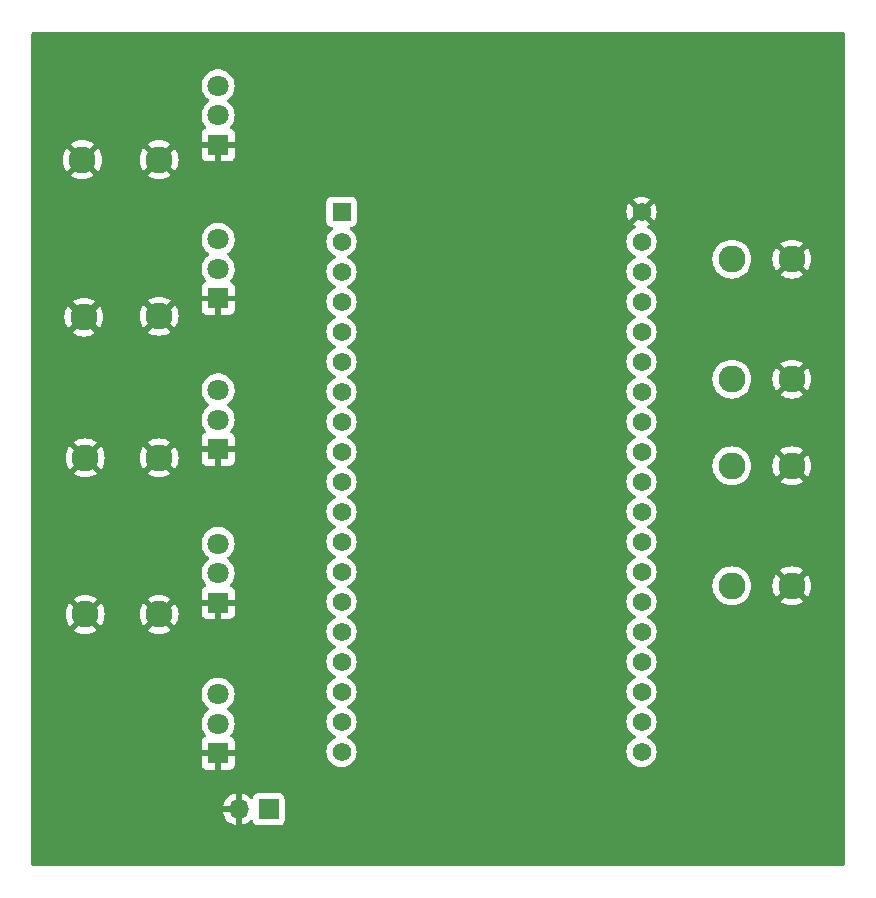
<source format=gbr>
%TF.GenerationSoftware,KiCad,Pcbnew,8.0.5*%
%TF.CreationDate,2024-11-17T20:05:27+09:00*%
%TF.ProjectId,VR_glove,56525f67-6c6f-4766-952e-6b696361645f,rev?*%
%TF.SameCoordinates,Original*%
%TF.FileFunction,Copper,L1,Top*%
%TF.FilePolarity,Positive*%
%FSLAX46Y46*%
G04 Gerber Fmt 4.6, Leading zero omitted, Abs format (unit mm)*
G04 Created by KiCad (PCBNEW 8.0.5) date 2024-11-17 20:05:27*
%MOMM*%
%LPD*%
G01*
G04 APERTURE LIST*
%TA.AperFunction,ComponentPad*%
%ADD10R,1.560000X1.560000*%
%TD*%
%TA.AperFunction,ComponentPad*%
%ADD11C,1.560000*%
%TD*%
%TA.AperFunction,ComponentPad*%
%ADD12C,2.286000*%
%TD*%
%TA.AperFunction,ComponentPad*%
%ADD13C,1.800000*%
%TD*%
%TA.AperFunction,ComponentPad*%
%ADD14R,1.800000X1.800000*%
%TD*%
%TA.AperFunction,ComponentPad*%
%ADD15O,1.700000X1.700000*%
%TD*%
%TA.AperFunction,ComponentPad*%
%ADD16R,1.700000X1.700000*%
%TD*%
G04 APERTURE END LIST*
D10*
%TO.P,U1,J2-1,3V3*%
%TO.N,Net-(U1-3V3)*%
X144200000Y-61660000D03*
D11*
%TO.P,U1,J2-2,EN*%
%TO.N,unconnected-(U1-EN-PadJ2-2)*%
X144200000Y-64200000D03*
%TO.P,U1,J2-3,SENSOR_VP*%
%TO.N,Net-(U1-SENSOR_VP)*%
X144200000Y-66740000D03*
%TO.P,U1,J2-4,SENSOR_VN*%
%TO.N,Net-(U1-SENSOR_VN)*%
X144200000Y-69280000D03*
%TO.P,U1,J2-5,IO34*%
%TO.N,Net-(U1-IO34)*%
X144200000Y-71820000D03*
%TO.P,U1,J2-6,IO35*%
%TO.N,Net-(U1-IO35)*%
X144200000Y-74360000D03*
%TO.P,U1,J2-7,IO32*%
%TO.N,Net-(U1-IO32)*%
X144200000Y-76900000D03*
%TO.P,U1,J2-8,IO33*%
%TO.N,unconnected-(U1-IO33-PadJ2-8)*%
X144200000Y-79440000D03*
%TO.P,U1,J2-9,IO25*%
%TO.N,unconnected-(U1-IO25-PadJ2-9)*%
X144200000Y-81980000D03*
%TO.P,U1,J2-10,IO26*%
%TO.N,unconnected-(U1-IO26-PadJ2-10)*%
X144200000Y-84520000D03*
%TO.P,U1,J2-11,IO27*%
%TO.N,unconnected-(U1-IO27-PadJ2-11)*%
X144200000Y-87060000D03*
%TO.P,U1,J2-12,IO14*%
%TO.N,unconnected-(U1-IO14-PadJ2-12)*%
X144200000Y-89600000D03*
%TO.P,U1,J2-13,IO12*%
%TO.N,CALIB*%
X144200000Y-92140000D03*
%TO.P,U1,J2-14,GND1*%
%TO.N,unconnected-(U1-GND1-PadJ2-14)*%
X144200000Y-94680000D03*
%TO.P,U1,J2-15,IO13*%
%TO.N,unconnected-(U1-IO13-PadJ2-15)*%
X144200000Y-97220000D03*
%TO.P,U1,J2-16,SD2*%
%TO.N,unconnected-(U1-SD2-PadJ2-16)*%
X144200000Y-99760000D03*
%TO.P,U1,J2-17,SD3*%
%TO.N,unconnected-(U1-SD3-PadJ2-17)*%
X144200000Y-102300000D03*
%TO.P,U1,J2-18,CMD*%
%TO.N,unconnected-(U1-CMD-PadJ2-18)*%
X144200000Y-104840000D03*
%TO.P,U1,J2-19,EXT_5V*%
%TO.N,+5V*%
X144200000Y-107380000D03*
%TO.P,U1,J3-1,GND3*%
%TO.N,GND*%
X169600000Y-61660000D03*
%TO.P,U1,J3-2,IO23*%
%TO.N,unconnected-(U1-IO23-PadJ3-2)*%
X169600000Y-64200000D03*
%TO.P,U1,J3-3,IO22*%
%TO.N,PINCH*%
X169600000Y-66740000D03*
%TO.P,U1,J3-4,TXD0*%
%TO.N,unconnected-(U1-TXD0-PadJ3-4)*%
X169600000Y-69280000D03*
%TO.P,U1,J3-5,RXD0*%
%TO.N,unconnected-(U1-RXD0-PadJ3-5)*%
X169600000Y-71820000D03*
%TO.P,U1,J3-6,IO21*%
%TO.N,unconnected-(U1-IO21-PadJ3-6)*%
X169600000Y-74360000D03*
%TO.P,U1,J3-7,GND2*%
%TO.N,unconnected-(U1-GND2-PadJ3-7)*%
X169600000Y-76900000D03*
%TO.P,U1,J3-8,IO19*%
%TO.N,unconnected-(U1-IO19-PadJ3-8)*%
X169600000Y-79440000D03*
%TO.P,U1,J3-9,IO18*%
%TO.N,unconnected-(U1-IO18-PadJ3-9)*%
X169600000Y-81980000D03*
%TO.P,U1,J3-10,IO5*%
%TO.N,unconnected-(U1-IO5-PadJ3-10)*%
X169600000Y-84520000D03*
%TO.P,U1,J3-11,IO17*%
%TO.N,unconnected-(U1-IO17-PadJ3-11)*%
X169600000Y-87060000D03*
%TO.P,U1,J3-12,IO16*%
%TO.N,unconnected-(U1-IO16-PadJ3-12)*%
X169600000Y-89600000D03*
%TO.P,U1,J3-13,IO4*%
%TO.N,unconnected-(U1-IO4-PadJ3-13)*%
X169600000Y-92140000D03*
%TO.P,U1,J3-14,IO0*%
%TO.N,unconnected-(U1-IO0-PadJ3-14)*%
X169600000Y-94680000D03*
%TO.P,U1,J3-15,IO2*%
%TO.N,unconnected-(U1-IO2-PadJ3-15)*%
X169600000Y-97220000D03*
%TO.P,U1,J3-16,IO15*%
%TO.N,unconnected-(U1-IO15-PadJ3-16)*%
X169600000Y-99760000D03*
%TO.P,U1,J3-17,SD1*%
%TO.N,unconnected-(U1-SD1-PadJ3-17)*%
X169600000Y-102300000D03*
%TO.P,U1,J3-18,SD0*%
%TO.N,unconnected-(U1-SD0-PadJ3-18)*%
X169600000Y-104840000D03*
%TO.P,U1,J3-19,CLK*%
%TO.N,unconnected-(U1-CLK-PadJ3-19)*%
X169600000Y-107380000D03*
%TD*%
D12*
%TO.P,J9,1,Pin_1*%
%TO.N,GND*%
X128750000Y-57250000D03*
%TD*%
D13*
%TO.P,RV1,3,3*%
%TO.N,Net-(U1-3V3)*%
X133750000Y-51000000D03*
%TO.P,RV1,2,2*%
%TO.N,Net-(U1-SENSOR_VP)*%
X133750000Y-53500000D03*
D14*
%TO.P,RV1,1,1*%
%TO.N,GND*%
X133750000Y-56000000D03*
%TD*%
D12*
%TO.P,J7,1,Pin_1*%
%TO.N,GND*%
X128750000Y-70500000D03*
%TD*%
%TO.P,J1,1,Pin_1*%
%TO.N,GND*%
X122500000Y-82500000D03*
%TD*%
%TO.P,J6,1,Pin_1*%
%TO.N,GND*%
X128750000Y-82500000D03*
%TD*%
%TO.P,J5,1,Pin_1*%
%TO.N,GND*%
X122250000Y-57250000D03*
%TD*%
%TO.P,SW3,1,1*%
%TO.N,CALIB*%
X177250000Y-83170000D03*
%TO.P,SW3,2,2*%
X177250000Y-93330000D03*
%TO.P,SW3,3,K*%
%TO.N,GND*%
X182330000Y-83170000D03*
%TO.P,SW3,4,A*%
X182330000Y-93330000D03*
%TD*%
%TO.P,J3,1,Pin_1*%
%TO.N,GND*%
X122392000Y-70572000D03*
%TD*%
%TO.P,J4,1,Pin_1*%
%TO.N,GND*%
X128750000Y-95750000D03*
%TD*%
D14*
%TO.P,RV2,1,1*%
%TO.N,GND*%
X133750000Y-69000000D03*
D13*
%TO.P,RV2,2,2*%
%TO.N,Net-(U1-SENSOR_VN)*%
X133750000Y-66500000D03*
%TO.P,RV2,3,3*%
%TO.N,Net-(U1-3V3)*%
X133750000Y-64000000D03*
%TD*%
D15*
%TO.P,J2,2,Pin_2*%
%TO.N,GND*%
X135485000Y-112250000D03*
D16*
%TO.P,J2,1,Pin_1*%
%TO.N,+5V*%
X138025000Y-112250000D03*
%TD*%
D12*
%TO.P,J8,1,Pin_1*%
%TO.N,GND*%
X122500000Y-95750000D03*
%TD*%
%TO.P,SW4,1,1*%
%TO.N,PINCH*%
X177250000Y-65670000D03*
%TO.P,SW4,2,2*%
X177250000Y-75830000D03*
%TO.P,SW4,3,K*%
%TO.N,GND*%
X182330000Y-65670000D03*
%TO.P,SW4,4,A*%
X182330000Y-75830000D03*
%TD*%
D14*
%TO.P,RV5,1,1*%
%TO.N,GND*%
X133750000Y-107500000D03*
D13*
%TO.P,RV5,2,2*%
%TO.N,Net-(U1-IO32)*%
X133750000Y-105000000D03*
%TO.P,RV5,3,3*%
%TO.N,Net-(U1-3V3)*%
X133750000Y-102500000D03*
%TD*%
D14*
%TO.P,RV4,1,1*%
%TO.N,GND*%
X133750000Y-94750000D03*
D13*
%TO.P,RV4,2,2*%
%TO.N,Net-(U1-IO35)*%
X133750000Y-92250000D03*
%TO.P,RV4,3,3*%
%TO.N,Net-(U1-3V3)*%
X133750000Y-89750000D03*
%TD*%
D14*
%TO.P,RV3,1,1*%
%TO.N,GND*%
X133750000Y-81750000D03*
D13*
%TO.P,RV3,2,2*%
%TO.N,Net-(U1-IO34)*%
X133750000Y-79250000D03*
%TO.P,RV3,3,3*%
%TO.N,Net-(U1-3V3)*%
X133750000Y-76750000D03*
%TD*%
%TA.AperFunction,Conductor*%
%TO.N,GND*%
G36*
X186742539Y-46470185D02*
G01*
X186788294Y-46522989D01*
X186799500Y-46574500D01*
X186799500Y-116925500D01*
X186779815Y-116992539D01*
X186727011Y-117038294D01*
X186675500Y-117049500D01*
X118074500Y-117049500D01*
X118007461Y-117029815D01*
X117961706Y-116977011D01*
X117950500Y-116925500D01*
X117950500Y-111999999D01*
X134154364Y-111999999D01*
X134154364Y-112000000D01*
X135051988Y-112000000D01*
X135019075Y-112057007D01*
X134985000Y-112184174D01*
X134985000Y-112315826D01*
X135019075Y-112442993D01*
X135051988Y-112500000D01*
X134154364Y-112500000D01*
X134211567Y-112713486D01*
X134211570Y-112713492D01*
X134311399Y-112927578D01*
X134446894Y-113121082D01*
X134613917Y-113288105D01*
X134807421Y-113423600D01*
X135021507Y-113523429D01*
X135021516Y-113523433D01*
X135235000Y-113580634D01*
X135235000Y-112683012D01*
X135292007Y-112715925D01*
X135419174Y-112750000D01*
X135550826Y-112750000D01*
X135677993Y-112715925D01*
X135735000Y-112683012D01*
X135735000Y-113580633D01*
X135948483Y-113523433D01*
X135948492Y-113523429D01*
X136162578Y-113423600D01*
X136356078Y-113288108D01*
X136478133Y-113166053D01*
X136539456Y-113132568D01*
X136609148Y-113137552D01*
X136665082Y-113179423D01*
X136681997Y-113210401D01*
X136731202Y-113342328D01*
X136731206Y-113342335D01*
X136817452Y-113457544D01*
X136817455Y-113457547D01*
X136932664Y-113543793D01*
X136932671Y-113543797D01*
X137067517Y-113594091D01*
X137067516Y-113594091D01*
X137074444Y-113594835D01*
X137127127Y-113600500D01*
X138922872Y-113600499D01*
X138982483Y-113594091D01*
X139117331Y-113543796D01*
X139232546Y-113457546D01*
X139318796Y-113342331D01*
X139369091Y-113207483D01*
X139375500Y-113147873D01*
X139375499Y-111352128D01*
X139369091Y-111292517D01*
X139368002Y-111289598D01*
X139318797Y-111157671D01*
X139318793Y-111157664D01*
X139232547Y-111042455D01*
X139232544Y-111042452D01*
X139117335Y-110956206D01*
X139117328Y-110956202D01*
X138982482Y-110905908D01*
X138982483Y-110905908D01*
X138922883Y-110899501D01*
X138922881Y-110899500D01*
X138922873Y-110899500D01*
X138922864Y-110899500D01*
X137127129Y-110899500D01*
X137127123Y-110899501D01*
X137067516Y-110905908D01*
X136932671Y-110956202D01*
X136932664Y-110956206D01*
X136817455Y-111042452D01*
X136817452Y-111042455D01*
X136731206Y-111157664D01*
X136731202Y-111157671D01*
X136681997Y-111289598D01*
X136640126Y-111345532D01*
X136574661Y-111369949D01*
X136506388Y-111355097D01*
X136478134Y-111333946D01*
X136356082Y-111211894D01*
X136162578Y-111076399D01*
X135948492Y-110976570D01*
X135948486Y-110976567D01*
X135735000Y-110919364D01*
X135735000Y-111816988D01*
X135677993Y-111784075D01*
X135550826Y-111750000D01*
X135419174Y-111750000D01*
X135292007Y-111784075D01*
X135235000Y-111816988D01*
X135235000Y-110919364D01*
X135234999Y-110919364D01*
X135021513Y-110976567D01*
X135021507Y-110976570D01*
X134807422Y-111076399D01*
X134807420Y-111076400D01*
X134613926Y-111211886D01*
X134613920Y-111211891D01*
X134446891Y-111378920D01*
X134446886Y-111378926D01*
X134311400Y-111572420D01*
X134311399Y-111572422D01*
X134211570Y-111786507D01*
X134211567Y-111786513D01*
X134154364Y-111999999D01*
X117950500Y-111999999D01*
X117950500Y-102499993D01*
X132344700Y-102499993D01*
X132344700Y-102500006D01*
X132363864Y-102731297D01*
X132363866Y-102731308D01*
X132420842Y-102956300D01*
X132514075Y-103168848D01*
X132641016Y-103363147D01*
X132641019Y-103363151D01*
X132641021Y-103363153D01*
X132798216Y-103533913D01*
X132798219Y-103533915D01*
X132798222Y-103533918D01*
X132950122Y-103652147D01*
X132990935Y-103708857D01*
X132994610Y-103778630D01*
X132959978Y-103839313D01*
X132950122Y-103847853D01*
X132798222Y-103966081D01*
X132798219Y-103966084D01*
X132641016Y-104136852D01*
X132514075Y-104331151D01*
X132420842Y-104543699D01*
X132363866Y-104768691D01*
X132363864Y-104768702D01*
X132344700Y-104999993D01*
X132344700Y-105000006D01*
X132363864Y-105231297D01*
X132363866Y-105231308D01*
X132420842Y-105456300D01*
X132514075Y-105668848D01*
X132641016Y-105863147D01*
X132641019Y-105863150D01*
X132641021Y-105863153D01*
X132708757Y-105936734D01*
X132739678Y-105999387D01*
X132731818Y-106068813D01*
X132687670Y-106122968D01*
X132660861Y-106136896D01*
X132607916Y-106156644D01*
X132607906Y-106156649D01*
X132492812Y-106242809D01*
X132492809Y-106242812D01*
X132406649Y-106357906D01*
X132406645Y-106357913D01*
X132356403Y-106492620D01*
X132356401Y-106492627D01*
X132350000Y-106552155D01*
X132350000Y-107250000D01*
X133316988Y-107250000D01*
X133284075Y-107307007D01*
X133250000Y-107434174D01*
X133250000Y-107565826D01*
X133284075Y-107692993D01*
X133316988Y-107750000D01*
X132350000Y-107750000D01*
X132350000Y-108447844D01*
X132356401Y-108507372D01*
X132356403Y-108507379D01*
X132406645Y-108642086D01*
X132406649Y-108642093D01*
X132492809Y-108757187D01*
X132492812Y-108757190D01*
X132607906Y-108843350D01*
X132607913Y-108843354D01*
X132742620Y-108893596D01*
X132742627Y-108893598D01*
X132802155Y-108899999D01*
X132802172Y-108900000D01*
X133500000Y-108900000D01*
X133500000Y-107933012D01*
X133557007Y-107965925D01*
X133684174Y-108000000D01*
X133815826Y-108000000D01*
X133942993Y-107965925D01*
X134000000Y-107933012D01*
X134000000Y-108900000D01*
X134697828Y-108900000D01*
X134697844Y-108899999D01*
X134757372Y-108893598D01*
X134757379Y-108893596D01*
X134892086Y-108843354D01*
X134892093Y-108843350D01*
X135007187Y-108757190D01*
X135007190Y-108757187D01*
X135093350Y-108642093D01*
X135093354Y-108642086D01*
X135143596Y-108507379D01*
X135143598Y-108507372D01*
X135149999Y-108447844D01*
X135150000Y-108447827D01*
X135150000Y-107750000D01*
X134183012Y-107750000D01*
X134215925Y-107692993D01*
X134250000Y-107565826D01*
X134250000Y-107434174D01*
X134215925Y-107307007D01*
X134183012Y-107250000D01*
X135150000Y-107250000D01*
X135150000Y-106552172D01*
X135149999Y-106552155D01*
X135143598Y-106492627D01*
X135143596Y-106492620D01*
X135093354Y-106357913D01*
X135093350Y-106357906D01*
X135007190Y-106242812D01*
X135007187Y-106242809D01*
X134892093Y-106156649D01*
X134892084Y-106156644D01*
X134839138Y-106136896D01*
X134783205Y-106095025D01*
X134758789Y-106029560D01*
X134773641Y-105961287D01*
X134791240Y-105936737D01*
X134858979Y-105863153D01*
X134985924Y-105668849D01*
X135079157Y-105456300D01*
X135136134Y-105231305D01*
X135150063Y-105063206D01*
X135155300Y-105000006D01*
X135155300Y-104999993D01*
X135136135Y-104768702D01*
X135136133Y-104768691D01*
X135079157Y-104543699D01*
X134985924Y-104331151D01*
X134858983Y-104136852D01*
X134858980Y-104136849D01*
X134858979Y-104136847D01*
X134701784Y-103966087D01*
X134549876Y-103847852D01*
X134509064Y-103791143D01*
X134505389Y-103721370D01*
X134540020Y-103660687D01*
X134549876Y-103652147D01*
X134701784Y-103533913D01*
X134858979Y-103363153D01*
X134985924Y-103168849D01*
X135079157Y-102956300D01*
X135136134Y-102731305D01*
X135153377Y-102523208D01*
X135155300Y-102500006D01*
X135155300Y-102499993D01*
X135136135Y-102268702D01*
X135136133Y-102268691D01*
X135079157Y-102043699D01*
X134985924Y-101831151D01*
X134858983Y-101636852D01*
X134858980Y-101636849D01*
X134858979Y-101636847D01*
X134701784Y-101466087D01*
X134701779Y-101466083D01*
X134701777Y-101466081D01*
X134518634Y-101323535D01*
X134518628Y-101323531D01*
X134314504Y-101213064D01*
X134314495Y-101213061D01*
X134094984Y-101137702D01*
X133923282Y-101109050D01*
X133866049Y-101099500D01*
X133633951Y-101099500D01*
X133588164Y-101107140D01*
X133405015Y-101137702D01*
X133185504Y-101213061D01*
X133185495Y-101213064D01*
X132981371Y-101323531D01*
X132981365Y-101323535D01*
X132798222Y-101466081D01*
X132798219Y-101466084D01*
X132641016Y-101636852D01*
X132514075Y-101831151D01*
X132420842Y-102043699D01*
X132363866Y-102268691D01*
X132363864Y-102268702D01*
X132344700Y-102499993D01*
X117950500Y-102499993D01*
X117950500Y-95750000D01*
X120851920Y-95750000D01*
X120872211Y-96007820D01*
X120932582Y-96259285D01*
X121031549Y-96498213D01*
X121166673Y-96718714D01*
X121166676Y-96718719D01*
X121171767Y-96724679D01*
X121860690Y-96035756D01*
X121879668Y-96081574D01*
X121956274Y-96196224D01*
X122053776Y-96293726D01*
X122168426Y-96370332D01*
X122214242Y-96389309D01*
X121525319Y-97078232D01*
X121531283Y-97083325D01*
X121751786Y-97218450D01*
X121990714Y-97317417D01*
X122242179Y-97377788D01*
X122500000Y-97398079D01*
X122757820Y-97377788D01*
X123009285Y-97317417D01*
X123248213Y-97218450D01*
X123468713Y-97083326D01*
X123468723Y-97083319D01*
X123474678Y-97078232D01*
X123474678Y-97078231D01*
X122785756Y-96389309D01*
X122831574Y-96370332D01*
X122946224Y-96293726D01*
X123043726Y-96196224D01*
X123120332Y-96081574D01*
X123139309Y-96035756D01*
X123828231Y-96724678D01*
X123828232Y-96724678D01*
X123833319Y-96718723D01*
X123833326Y-96718713D01*
X123968450Y-96498213D01*
X124067417Y-96259285D01*
X124127788Y-96007820D01*
X124148079Y-95750000D01*
X127101920Y-95750000D01*
X127122211Y-96007820D01*
X127182582Y-96259285D01*
X127281549Y-96498213D01*
X127416673Y-96718714D01*
X127416676Y-96718719D01*
X127421767Y-96724679D01*
X128110690Y-96035756D01*
X128129668Y-96081574D01*
X128206274Y-96196224D01*
X128303776Y-96293726D01*
X128418426Y-96370332D01*
X128464242Y-96389309D01*
X127775319Y-97078232D01*
X127781283Y-97083325D01*
X128001786Y-97218450D01*
X128240714Y-97317417D01*
X128492179Y-97377788D01*
X128750000Y-97398079D01*
X129007820Y-97377788D01*
X129259285Y-97317417D01*
X129498213Y-97218450D01*
X129718713Y-97083326D01*
X129718723Y-97083319D01*
X129724678Y-97078232D01*
X129724678Y-97078231D01*
X129035756Y-96389309D01*
X129081574Y-96370332D01*
X129196224Y-96293726D01*
X129293726Y-96196224D01*
X129370332Y-96081574D01*
X129389309Y-96035756D01*
X130078231Y-96724678D01*
X130078232Y-96724678D01*
X130083319Y-96718723D01*
X130083326Y-96718713D01*
X130218450Y-96498213D01*
X130317417Y-96259285D01*
X130377788Y-96007820D01*
X130398079Y-95750000D01*
X130377788Y-95492179D01*
X130317417Y-95240714D01*
X130218450Y-95001786D01*
X130083325Y-94781283D01*
X130078232Y-94775319D01*
X129389309Y-95464242D01*
X129370332Y-95418426D01*
X129293726Y-95303776D01*
X129196224Y-95206274D01*
X129081574Y-95129668D01*
X129035756Y-95110689D01*
X129724679Y-94421767D01*
X129724679Y-94421766D01*
X129718719Y-94416676D01*
X129718714Y-94416673D01*
X129498213Y-94281549D01*
X129259285Y-94182582D01*
X129007820Y-94122211D01*
X128750000Y-94101920D01*
X128492179Y-94122211D01*
X128240714Y-94182582D01*
X128001786Y-94281549D01*
X127781289Y-94416670D01*
X127781273Y-94416682D01*
X127775320Y-94421766D01*
X128464243Y-95110689D01*
X128418426Y-95129668D01*
X128303776Y-95206274D01*
X128206274Y-95303776D01*
X128129668Y-95418426D01*
X128110690Y-95464243D01*
X127421766Y-94775320D01*
X127416682Y-94781273D01*
X127416670Y-94781289D01*
X127281549Y-95001786D01*
X127182582Y-95240714D01*
X127122211Y-95492179D01*
X127101920Y-95750000D01*
X124148079Y-95750000D01*
X124127788Y-95492179D01*
X124067417Y-95240714D01*
X123968450Y-95001786D01*
X123833325Y-94781283D01*
X123828232Y-94775319D01*
X123139309Y-95464242D01*
X123120332Y-95418426D01*
X123043726Y-95303776D01*
X122946224Y-95206274D01*
X122831574Y-95129668D01*
X122785756Y-95110689D01*
X123474679Y-94421767D01*
X123474679Y-94421766D01*
X123468719Y-94416676D01*
X123468714Y-94416673D01*
X123248213Y-94281549D01*
X123009285Y-94182582D01*
X122757820Y-94122211D01*
X122500000Y-94101920D01*
X122242179Y-94122211D01*
X121990714Y-94182582D01*
X121751786Y-94281549D01*
X121531289Y-94416670D01*
X121531273Y-94416682D01*
X121525320Y-94421766D01*
X122214243Y-95110689D01*
X122168426Y-95129668D01*
X122053776Y-95206274D01*
X121956274Y-95303776D01*
X121879668Y-95418426D01*
X121860690Y-95464243D01*
X121171766Y-94775320D01*
X121166682Y-94781273D01*
X121166670Y-94781289D01*
X121031549Y-95001786D01*
X120932582Y-95240714D01*
X120872211Y-95492179D01*
X120851920Y-95750000D01*
X117950500Y-95750000D01*
X117950500Y-89749993D01*
X132344700Y-89749993D01*
X132344700Y-89750006D01*
X132363864Y-89981297D01*
X132363866Y-89981308D01*
X132420842Y-90206300D01*
X132514075Y-90418848D01*
X132641016Y-90613147D01*
X132641019Y-90613151D01*
X132641021Y-90613153D01*
X132798216Y-90783913D01*
X132798219Y-90783915D01*
X132798222Y-90783918D01*
X132950122Y-90902147D01*
X132990935Y-90958857D01*
X132994610Y-91028630D01*
X132959978Y-91089313D01*
X132950122Y-91097853D01*
X132798222Y-91216081D01*
X132798219Y-91216084D01*
X132641016Y-91386852D01*
X132514075Y-91581151D01*
X132420842Y-91793699D01*
X132363866Y-92018691D01*
X132363864Y-92018702D01*
X132344700Y-92249993D01*
X132344700Y-92250006D01*
X132363864Y-92481297D01*
X132363866Y-92481308D01*
X132420842Y-92706300D01*
X132514075Y-92918848D01*
X132641016Y-93113147D01*
X132641019Y-93113150D01*
X132641021Y-93113153D01*
X132708757Y-93186734D01*
X132739678Y-93249387D01*
X132731818Y-93318813D01*
X132687670Y-93372968D01*
X132660861Y-93386896D01*
X132607916Y-93406644D01*
X132607906Y-93406649D01*
X132492812Y-93492809D01*
X132492809Y-93492812D01*
X132406649Y-93607906D01*
X132406645Y-93607913D01*
X132356403Y-93742620D01*
X132356401Y-93742627D01*
X132350000Y-93802155D01*
X132350000Y-94500000D01*
X133316988Y-94500000D01*
X133284075Y-94557007D01*
X133250000Y-94684174D01*
X133250000Y-94815826D01*
X133284075Y-94942993D01*
X133316988Y-95000000D01*
X132350000Y-95000000D01*
X132350000Y-95697844D01*
X132356401Y-95757372D01*
X132356403Y-95757379D01*
X132406645Y-95892086D01*
X132406649Y-95892093D01*
X132492809Y-96007187D01*
X132492812Y-96007190D01*
X132607906Y-96093350D01*
X132607913Y-96093354D01*
X132742620Y-96143596D01*
X132742627Y-96143598D01*
X132802155Y-96149999D01*
X132802172Y-96150000D01*
X133500000Y-96150000D01*
X133500000Y-95183012D01*
X133557007Y-95215925D01*
X133684174Y-95250000D01*
X133815826Y-95250000D01*
X133942993Y-95215925D01*
X134000000Y-95183012D01*
X134000000Y-96150000D01*
X134697828Y-96150000D01*
X134697844Y-96149999D01*
X134757372Y-96143598D01*
X134757379Y-96143596D01*
X134892086Y-96093354D01*
X134892093Y-96093350D01*
X135007187Y-96007190D01*
X135007190Y-96007187D01*
X135093350Y-95892093D01*
X135093354Y-95892086D01*
X135143596Y-95757379D01*
X135143598Y-95757372D01*
X135149999Y-95697844D01*
X135150000Y-95697827D01*
X135150000Y-95000000D01*
X134183012Y-95000000D01*
X134215925Y-94942993D01*
X134250000Y-94815826D01*
X134250000Y-94684174D01*
X134215925Y-94557007D01*
X134183012Y-94500000D01*
X135150000Y-94500000D01*
X135150000Y-93802172D01*
X135149999Y-93802155D01*
X135143598Y-93742627D01*
X135143596Y-93742620D01*
X135093354Y-93607913D01*
X135093350Y-93607906D01*
X135007190Y-93492812D01*
X135007187Y-93492809D01*
X134892093Y-93406649D01*
X134892084Y-93406644D01*
X134839138Y-93386896D01*
X134783205Y-93345025D01*
X134758789Y-93279560D01*
X134773641Y-93211287D01*
X134791240Y-93186737D01*
X134858979Y-93113153D01*
X134985924Y-92918849D01*
X135079157Y-92706300D01*
X135136134Y-92481305D01*
X135145920Y-92363206D01*
X135155300Y-92250006D01*
X135155300Y-92249993D01*
X135136135Y-92018702D01*
X135136133Y-92018691D01*
X135079157Y-91793699D01*
X134985924Y-91581151D01*
X134858983Y-91386852D01*
X134858980Y-91386849D01*
X134858979Y-91386847D01*
X134701784Y-91216087D01*
X134549876Y-91097852D01*
X134509064Y-91041143D01*
X134505389Y-90971370D01*
X134540020Y-90910687D01*
X134549876Y-90902147D01*
X134701784Y-90783913D01*
X134858979Y-90613153D01*
X134985924Y-90418849D01*
X135079157Y-90206300D01*
X135136134Y-89981305D01*
X135149234Y-89823208D01*
X135155300Y-89750006D01*
X135155300Y-89749993D01*
X135136135Y-89518702D01*
X135136133Y-89518691D01*
X135079157Y-89293699D01*
X134985924Y-89081151D01*
X134858983Y-88886852D01*
X134858980Y-88886849D01*
X134858979Y-88886847D01*
X134701784Y-88716087D01*
X134701779Y-88716083D01*
X134701777Y-88716081D01*
X134518634Y-88573535D01*
X134518628Y-88573531D01*
X134314504Y-88463064D01*
X134314495Y-88463061D01*
X134094984Y-88387702D01*
X133923282Y-88359050D01*
X133866049Y-88349500D01*
X133633951Y-88349500D01*
X133588164Y-88357140D01*
X133405015Y-88387702D01*
X133185504Y-88463061D01*
X133185495Y-88463064D01*
X132981371Y-88573531D01*
X132981365Y-88573535D01*
X132798222Y-88716081D01*
X132798219Y-88716084D01*
X132641016Y-88886852D01*
X132514075Y-89081151D01*
X132420842Y-89293699D01*
X132363866Y-89518691D01*
X132363864Y-89518702D01*
X132344700Y-89749993D01*
X117950500Y-89749993D01*
X117950500Y-82500000D01*
X120851920Y-82500000D01*
X120872211Y-82757820D01*
X120932582Y-83009285D01*
X121031549Y-83248213D01*
X121166673Y-83468714D01*
X121166676Y-83468719D01*
X121171767Y-83474679D01*
X121860690Y-82785756D01*
X121879668Y-82831574D01*
X121956274Y-82946224D01*
X122053776Y-83043726D01*
X122168426Y-83120332D01*
X122214242Y-83139309D01*
X121525319Y-83828232D01*
X121531283Y-83833325D01*
X121751786Y-83968450D01*
X121990714Y-84067417D01*
X122242179Y-84127788D01*
X122500000Y-84148079D01*
X122757820Y-84127788D01*
X123009285Y-84067417D01*
X123248213Y-83968450D01*
X123468713Y-83833326D01*
X123468723Y-83833319D01*
X123474678Y-83828232D01*
X123474678Y-83828231D01*
X122785756Y-83139309D01*
X122831574Y-83120332D01*
X122946224Y-83043726D01*
X123043726Y-82946224D01*
X123120332Y-82831574D01*
X123139309Y-82785756D01*
X123828231Y-83474678D01*
X123828232Y-83474678D01*
X123833319Y-83468723D01*
X123833326Y-83468713D01*
X123968450Y-83248213D01*
X124067417Y-83009285D01*
X124127788Y-82757820D01*
X124148079Y-82500000D01*
X127101920Y-82500000D01*
X127122211Y-82757820D01*
X127182582Y-83009285D01*
X127281549Y-83248213D01*
X127416673Y-83468714D01*
X127416676Y-83468719D01*
X127421767Y-83474679D01*
X128110690Y-82785756D01*
X128129668Y-82831574D01*
X128206274Y-82946224D01*
X128303776Y-83043726D01*
X128418426Y-83120332D01*
X128464242Y-83139309D01*
X127775319Y-83828232D01*
X127781283Y-83833325D01*
X128001786Y-83968450D01*
X128240714Y-84067417D01*
X128492179Y-84127788D01*
X128750000Y-84148079D01*
X129007820Y-84127788D01*
X129259285Y-84067417D01*
X129498213Y-83968450D01*
X129718713Y-83833326D01*
X129718723Y-83833319D01*
X129724678Y-83828232D01*
X129724678Y-83828231D01*
X129035756Y-83139309D01*
X129081574Y-83120332D01*
X129196224Y-83043726D01*
X129293726Y-82946224D01*
X129370332Y-82831574D01*
X129389309Y-82785756D01*
X130078231Y-83474678D01*
X130078232Y-83474678D01*
X130083319Y-83468723D01*
X130083326Y-83468713D01*
X130218450Y-83248213D01*
X130317417Y-83009285D01*
X130377788Y-82757820D01*
X130398079Y-82500000D01*
X130377788Y-82242179D01*
X130317417Y-81990714D01*
X130218450Y-81751786D01*
X130083325Y-81531283D01*
X130078232Y-81525319D01*
X129389309Y-82214242D01*
X129370332Y-82168426D01*
X129293726Y-82053776D01*
X129196224Y-81956274D01*
X129081574Y-81879668D01*
X129035756Y-81860689D01*
X129724679Y-81171767D01*
X129724679Y-81171766D01*
X129718719Y-81166676D01*
X129718714Y-81166673D01*
X129498213Y-81031549D01*
X129259285Y-80932582D01*
X129007820Y-80872211D01*
X128750000Y-80851920D01*
X128492179Y-80872211D01*
X128240714Y-80932582D01*
X128001786Y-81031549D01*
X127781289Y-81166670D01*
X127781273Y-81166682D01*
X127775320Y-81171766D01*
X128464243Y-81860689D01*
X128418426Y-81879668D01*
X128303776Y-81956274D01*
X128206274Y-82053776D01*
X128129668Y-82168426D01*
X128110690Y-82214243D01*
X127421766Y-81525320D01*
X127416682Y-81531273D01*
X127416670Y-81531289D01*
X127281549Y-81751786D01*
X127182582Y-81990714D01*
X127122211Y-82242179D01*
X127101920Y-82500000D01*
X124148079Y-82500000D01*
X124127788Y-82242179D01*
X124067417Y-81990714D01*
X123968450Y-81751786D01*
X123833325Y-81531283D01*
X123828232Y-81525319D01*
X123139309Y-82214242D01*
X123120332Y-82168426D01*
X123043726Y-82053776D01*
X122946224Y-81956274D01*
X122831574Y-81879668D01*
X122785756Y-81860689D01*
X123474679Y-81171767D01*
X123474679Y-81171766D01*
X123468719Y-81166676D01*
X123468714Y-81166673D01*
X123248213Y-81031549D01*
X123009285Y-80932582D01*
X122757820Y-80872211D01*
X122500000Y-80851920D01*
X122242179Y-80872211D01*
X121990714Y-80932582D01*
X121751786Y-81031549D01*
X121531289Y-81166670D01*
X121531273Y-81166682D01*
X121525320Y-81171766D01*
X122214243Y-81860689D01*
X122168426Y-81879668D01*
X122053776Y-81956274D01*
X121956274Y-82053776D01*
X121879668Y-82168426D01*
X121860690Y-82214243D01*
X121171766Y-81525320D01*
X121166682Y-81531273D01*
X121166670Y-81531289D01*
X121031549Y-81751786D01*
X120932582Y-81990714D01*
X120872211Y-82242179D01*
X120851920Y-82500000D01*
X117950500Y-82500000D01*
X117950500Y-76749993D01*
X132344700Y-76749993D01*
X132344700Y-76750006D01*
X132363864Y-76981297D01*
X132363866Y-76981308D01*
X132420842Y-77206300D01*
X132514075Y-77418848D01*
X132641016Y-77613147D01*
X132641019Y-77613151D01*
X132641021Y-77613153D01*
X132798216Y-77783913D01*
X132798219Y-77783915D01*
X132798222Y-77783918D01*
X132950122Y-77902147D01*
X132990935Y-77958857D01*
X132994610Y-78028630D01*
X132959978Y-78089313D01*
X132950122Y-78097853D01*
X132798222Y-78216081D01*
X132798219Y-78216084D01*
X132641016Y-78386852D01*
X132514075Y-78581151D01*
X132420842Y-78793699D01*
X132363866Y-79018691D01*
X132363864Y-79018702D01*
X132344700Y-79249993D01*
X132344700Y-79250006D01*
X132363864Y-79481297D01*
X132363866Y-79481308D01*
X132420842Y-79706300D01*
X132514075Y-79918848D01*
X132641016Y-80113147D01*
X132641019Y-80113150D01*
X132641021Y-80113153D01*
X132708757Y-80186734D01*
X132739678Y-80249387D01*
X132731818Y-80318813D01*
X132687670Y-80372968D01*
X132660861Y-80386896D01*
X132607916Y-80406644D01*
X132607906Y-80406649D01*
X132492812Y-80492809D01*
X132492809Y-80492812D01*
X132406649Y-80607906D01*
X132406645Y-80607913D01*
X132356403Y-80742620D01*
X132356401Y-80742627D01*
X132350000Y-80802155D01*
X132350000Y-81500000D01*
X133316988Y-81500000D01*
X133284075Y-81557007D01*
X133250000Y-81684174D01*
X133250000Y-81815826D01*
X133284075Y-81942993D01*
X133316988Y-82000000D01*
X132350000Y-82000000D01*
X132350000Y-82697844D01*
X132356401Y-82757372D01*
X132356403Y-82757379D01*
X132406645Y-82892086D01*
X132406649Y-82892093D01*
X132492809Y-83007187D01*
X132492812Y-83007190D01*
X132607906Y-83093350D01*
X132607913Y-83093354D01*
X132742620Y-83143596D01*
X132742627Y-83143598D01*
X132802155Y-83149999D01*
X132802172Y-83150000D01*
X133500000Y-83150000D01*
X133500000Y-82183012D01*
X133557007Y-82215925D01*
X133684174Y-82250000D01*
X133815826Y-82250000D01*
X133942993Y-82215925D01*
X134000000Y-82183012D01*
X134000000Y-83150000D01*
X134697828Y-83150000D01*
X134697844Y-83149999D01*
X134757372Y-83143598D01*
X134757379Y-83143596D01*
X134892086Y-83093354D01*
X134892093Y-83093350D01*
X135007187Y-83007190D01*
X135007190Y-83007187D01*
X135093350Y-82892093D01*
X135093354Y-82892086D01*
X135143596Y-82757379D01*
X135143598Y-82757372D01*
X135149999Y-82697844D01*
X135150000Y-82697827D01*
X135150000Y-82000000D01*
X134183012Y-82000000D01*
X134215925Y-81942993D01*
X134250000Y-81815826D01*
X134250000Y-81684174D01*
X134215925Y-81557007D01*
X134183012Y-81500000D01*
X135150000Y-81500000D01*
X135150000Y-80802172D01*
X135149999Y-80802155D01*
X135143598Y-80742627D01*
X135143596Y-80742620D01*
X135093354Y-80607913D01*
X135093350Y-80607906D01*
X135007190Y-80492812D01*
X135007187Y-80492809D01*
X134892093Y-80406649D01*
X134892084Y-80406644D01*
X134839138Y-80386896D01*
X134783205Y-80345025D01*
X134758789Y-80279560D01*
X134773641Y-80211287D01*
X134791240Y-80186737D01*
X134858979Y-80113153D01*
X134985924Y-79918849D01*
X135079157Y-79706300D01*
X135136134Y-79481305D01*
X135136135Y-79481297D01*
X135155300Y-79250006D01*
X135155300Y-79249993D01*
X135136135Y-79018702D01*
X135136133Y-79018691D01*
X135079157Y-78793699D01*
X134985924Y-78581151D01*
X134858983Y-78386852D01*
X134858980Y-78386849D01*
X134858979Y-78386847D01*
X134701784Y-78216087D01*
X134549876Y-78097852D01*
X134509064Y-78041143D01*
X134505389Y-77971370D01*
X134540020Y-77910687D01*
X134549876Y-77902147D01*
X134701784Y-77783913D01*
X134858979Y-77613153D01*
X134985924Y-77418849D01*
X135079157Y-77206300D01*
X135136134Y-76981305D01*
X135142871Y-76900000D01*
X135155300Y-76750006D01*
X135155300Y-76749993D01*
X135136135Y-76518702D01*
X135136133Y-76518691D01*
X135079157Y-76293699D01*
X134985924Y-76081151D01*
X134858983Y-75886852D01*
X134858980Y-75886849D01*
X134858979Y-75886847D01*
X134701784Y-75716087D01*
X134701779Y-75716083D01*
X134701777Y-75716081D01*
X134518634Y-75573535D01*
X134518628Y-75573531D01*
X134314504Y-75463064D01*
X134314495Y-75463061D01*
X134094984Y-75387702D01*
X133880449Y-75351903D01*
X133866049Y-75349500D01*
X133633951Y-75349500D01*
X133619551Y-75351903D01*
X133405015Y-75387702D01*
X133185504Y-75463061D01*
X133185495Y-75463064D01*
X132981371Y-75573531D01*
X132981365Y-75573535D01*
X132798222Y-75716081D01*
X132798219Y-75716084D01*
X132641016Y-75886852D01*
X132514075Y-76081151D01*
X132420842Y-76293699D01*
X132363866Y-76518691D01*
X132363864Y-76518702D01*
X132344700Y-76749993D01*
X117950500Y-76749993D01*
X117950500Y-70572000D01*
X120743920Y-70572000D01*
X120764211Y-70829820D01*
X120824582Y-71081285D01*
X120923549Y-71320213D01*
X121058673Y-71540714D01*
X121058676Y-71540719D01*
X121063767Y-71546679D01*
X121752690Y-70857756D01*
X121771668Y-70903574D01*
X121848274Y-71018224D01*
X121945776Y-71115726D01*
X122060426Y-71192332D01*
X122106242Y-71211309D01*
X121417319Y-71900232D01*
X121423283Y-71905325D01*
X121643786Y-72040450D01*
X121882714Y-72139417D01*
X122134179Y-72199788D01*
X122392000Y-72220079D01*
X122649820Y-72199788D01*
X122901285Y-72139417D01*
X123140213Y-72040450D01*
X123360713Y-71905326D01*
X123360723Y-71905319D01*
X123366678Y-71900232D01*
X123366678Y-71900231D01*
X122677756Y-71211309D01*
X122723574Y-71192332D01*
X122838224Y-71115726D01*
X122935726Y-71018224D01*
X123012332Y-70903574D01*
X123031309Y-70857756D01*
X123720231Y-71546678D01*
X123720232Y-71546678D01*
X123725319Y-71540723D01*
X123725326Y-71540713D01*
X123860450Y-71320213D01*
X123959417Y-71081285D01*
X124019788Y-70829820D01*
X124040079Y-70572000D01*
X124034412Y-70500000D01*
X127101920Y-70500000D01*
X127122211Y-70757820D01*
X127182582Y-71009285D01*
X127281549Y-71248213D01*
X127416673Y-71468714D01*
X127416676Y-71468719D01*
X127421767Y-71474679D01*
X128110690Y-70785756D01*
X128129668Y-70831574D01*
X128206274Y-70946224D01*
X128303776Y-71043726D01*
X128418426Y-71120332D01*
X128464242Y-71139309D01*
X127775319Y-71828232D01*
X127781283Y-71833325D01*
X128001786Y-71968450D01*
X128240714Y-72067417D01*
X128492179Y-72127788D01*
X128750000Y-72148079D01*
X129007820Y-72127788D01*
X129259285Y-72067417D01*
X129498213Y-71968450D01*
X129718713Y-71833326D01*
X129718723Y-71833319D01*
X129724678Y-71828232D01*
X129724678Y-71828231D01*
X129035756Y-71139309D01*
X129081574Y-71120332D01*
X129196224Y-71043726D01*
X129293726Y-70946224D01*
X129370332Y-70831574D01*
X129389309Y-70785756D01*
X130078231Y-71474678D01*
X130078232Y-71474678D01*
X130083319Y-71468723D01*
X130083326Y-71468713D01*
X130218450Y-71248213D01*
X130317417Y-71009285D01*
X130377788Y-70757820D01*
X130398079Y-70500000D01*
X130377788Y-70242179D01*
X130317417Y-69990714D01*
X130218450Y-69751786D01*
X130083325Y-69531283D01*
X130078232Y-69525319D01*
X129389309Y-70214242D01*
X129370332Y-70168426D01*
X129293726Y-70053776D01*
X129196224Y-69956274D01*
X129081574Y-69879668D01*
X129035756Y-69860689D01*
X129724679Y-69171767D01*
X129724679Y-69171766D01*
X129718719Y-69166676D01*
X129718714Y-69166673D01*
X129498213Y-69031549D01*
X129259285Y-68932582D01*
X129007820Y-68872211D01*
X128750000Y-68851920D01*
X128492179Y-68872211D01*
X128240714Y-68932582D01*
X128001786Y-69031549D01*
X127781289Y-69166670D01*
X127781273Y-69166682D01*
X127775320Y-69171766D01*
X128464243Y-69860689D01*
X128418426Y-69879668D01*
X128303776Y-69956274D01*
X128206274Y-70053776D01*
X128129668Y-70168426D01*
X128110690Y-70214243D01*
X127421766Y-69525320D01*
X127416682Y-69531273D01*
X127416670Y-69531289D01*
X127281549Y-69751786D01*
X127182582Y-69990714D01*
X127122211Y-70242179D01*
X127101920Y-70500000D01*
X124034412Y-70500000D01*
X124019788Y-70314179D01*
X123959417Y-70062714D01*
X123860450Y-69823786D01*
X123725325Y-69603283D01*
X123720232Y-69597319D01*
X123031309Y-70286242D01*
X123012332Y-70240426D01*
X122935726Y-70125776D01*
X122838224Y-70028274D01*
X122723574Y-69951668D01*
X122677756Y-69932689D01*
X123366679Y-69243767D01*
X123366679Y-69243766D01*
X123360719Y-69238676D01*
X123360714Y-69238673D01*
X123140213Y-69103549D01*
X122901285Y-69004582D01*
X122649820Y-68944211D01*
X122392000Y-68923920D01*
X122134179Y-68944211D01*
X121882714Y-69004582D01*
X121643786Y-69103549D01*
X121423289Y-69238670D01*
X121423273Y-69238682D01*
X121417320Y-69243766D01*
X122106243Y-69932689D01*
X122060426Y-69951668D01*
X121945776Y-70028274D01*
X121848274Y-70125776D01*
X121771668Y-70240426D01*
X121752690Y-70286243D01*
X121063766Y-69597320D01*
X121058682Y-69603273D01*
X121058670Y-69603289D01*
X120923549Y-69823786D01*
X120824582Y-70062714D01*
X120764211Y-70314179D01*
X120743920Y-70572000D01*
X117950500Y-70572000D01*
X117950500Y-63999993D01*
X132344700Y-63999993D01*
X132344700Y-64000006D01*
X132363864Y-64231297D01*
X132363866Y-64231308D01*
X132420842Y-64456300D01*
X132514075Y-64668848D01*
X132641016Y-64863147D01*
X132641019Y-64863151D01*
X132641021Y-64863153D01*
X132798216Y-65033913D01*
X132798219Y-65033915D01*
X132798222Y-65033918D01*
X132950122Y-65152147D01*
X132990935Y-65208857D01*
X132994610Y-65278630D01*
X132959978Y-65339313D01*
X132950122Y-65347853D01*
X132798222Y-65466081D01*
X132798219Y-65466084D01*
X132798216Y-65466086D01*
X132798216Y-65466087D01*
X132739267Y-65530122D01*
X132641016Y-65636852D01*
X132514075Y-65831151D01*
X132420842Y-66043699D01*
X132363866Y-66268691D01*
X132363864Y-66268702D01*
X132344700Y-66499993D01*
X132344700Y-66500006D01*
X132363864Y-66731297D01*
X132363866Y-66731308D01*
X132420842Y-66956300D01*
X132514075Y-67168848D01*
X132641016Y-67363147D01*
X132641019Y-67363150D01*
X132641021Y-67363153D01*
X132708757Y-67436734D01*
X132739678Y-67499387D01*
X132731818Y-67568813D01*
X132687670Y-67622968D01*
X132660861Y-67636896D01*
X132607916Y-67656644D01*
X132607906Y-67656649D01*
X132492812Y-67742809D01*
X132492809Y-67742812D01*
X132406649Y-67857906D01*
X132406645Y-67857913D01*
X132356403Y-67992620D01*
X132356401Y-67992627D01*
X132350000Y-68052155D01*
X132350000Y-68750000D01*
X133316988Y-68750000D01*
X133284075Y-68807007D01*
X133250000Y-68934174D01*
X133250000Y-69065826D01*
X133284075Y-69192993D01*
X133316988Y-69250000D01*
X132350000Y-69250000D01*
X132350000Y-69947844D01*
X132356401Y-70007372D01*
X132356403Y-70007379D01*
X132406645Y-70142086D01*
X132406649Y-70142093D01*
X132492809Y-70257187D01*
X132492812Y-70257190D01*
X132607906Y-70343350D01*
X132607913Y-70343354D01*
X132742620Y-70393596D01*
X132742627Y-70393598D01*
X132802155Y-70399999D01*
X132802172Y-70400000D01*
X133500000Y-70400000D01*
X133500000Y-69433012D01*
X133557007Y-69465925D01*
X133684174Y-69500000D01*
X133815826Y-69500000D01*
X133942993Y-69465925D01*
X134000000Y-69433012D01*
X134000000Y-70400000D01*
X134697828Y-70400000D01*
X134697844Y-70399999D01*
X134757372Y-70393598D01*
X134757379Y-70393596D01*
X134892086Y-70343354D01*
X134892093Y-70343350D01*
X135007187Y-70257190D01*
X135007190Y-70257187D01*
X135093350Y-70142093D01*
X135093354Y-70142086D01*
X135143596Y-70007379D01*
X135143598Y-70007372D01*
X135149999Y-69947844D01*
X135150000Y-69947827D01*
X135150000Y-69250000D01*
X134183012Y-69250000D01*
X134215925Y-69192993D01*
X134250000Y-69065826D01*
X134250000Y-68934174D01*
X134215925Y-68807007D01*
X134183012Y-68750000D01*
X135150000Y-68750000D01*
X135150000Y-68052172D01*
X135149999Y-68052155D01*
X135143598Y-67992627D01*
X135143596Y-67992620D01*
X135093354Y-67857913D01*
X135093350Y-67857906D01*
X135007190Y-67742812D01*
X135007187Y-67742809D01*
X134892093Y-67656649D01*
X134892084Y-67656644D01*
X134839138Y-67636896D01*
X134783205Y-67595025D01*
X134758789Y-67529560D01*
X134773641Y-67461287D01*
X134791240Y-67436737D01*
X134858979Y-67363153D01*
X134985924Y-67168849D01*
X135079157Y-66956300D01*
X135136134Y-66731305D01*
X135143312Y-66644678D01*
X135155300Y-66500006D01*
X135155300Y-66499993D01*
X135136135Y-66268702D01*
X135136133Y-66268691D01*
X135079157Y-66043699D01*
X134985924Y-65831151D01*
X134858983Y-65636852D01*
X134858980Y-65636849D01*
X134858979Y-65636847D01*
X134701784Y-65466087D01*
X134549876Y-65347852D01*
X134509064Y-65291143D01*
X134505389Y-65221370D01*
X134540020Y-65160687D01*
X134549876Y-65152147D01*
X134701784Y-65033913D01*
X134858979Y-64863153D01*
X134985924Y-64668849D01*
X135079157Y-64456300D01*
X135136134Y-64231305D01*
X135138728Y-64199998D01*
X142914609Y-64199998D01*
X142914609Y-64200001D01*
X142934136Y-64423200D01*
X142934137Y-64423208D01*
X142992126Y-64639625D01*
X142992127Y-64639627D01*
X142992128Y-64639630D01*
X143020880Y-64701289D01*
X143086819Y-64842696D01*
X143086821Y-64842700D01*
X143215329Y-65026228D01*
X143215334Y-65026234D01*
X143373765Y-65184665D01*
X143373771Y-65184670D01*
X143557299Y-65313178D01*
X143557301Y-65313179D01*
X143557304Y-65313181D01*
X143631659Y-65347853D01*
X143652600Y-65357618D01*
X143705039Y-65403790D01*
X143724191Y-65470984D01*
X143703975Y-65537865D01*
X143652600Y-65582382D01*
X143557306Y-65626818D01*
X143557304Y-65626819D01*
X143373764Y-65755334D01*
X143215334Y-65913764D01*
X143086819Y-66097304D01*
X143086818Y-66097306D01*
X142992129Y-66300368D01*
X142992126Y-66300374D01*
X142934137Y-66516791D01*
X142934136Y-66516799D01*
X142914609Y-66739998D01*
X142914609Y-66740001D01*
X142934136Y-66963200D01*
X142934137Y-66963208D01*
X142992126Y-67179625D01*
X142992127Y-67179627D01*
X142992128Y-67179630D01*
X143047226Y-67297788D01*
X143086819Y-67382696D01*
X143086821Y-67382700D01*
X143215329Y-67566228D01*
X143215334Y-67566234D01*
X143373765Y-67724665D01*
X143373771Y-67724670D01*
X143557299Y-67853178D01*
X143557301Y-67853179D01*
X143557304Y-67853181D01*
X143576856Y-67862298D01*
X143652600Y-67897618D01*
X143705039Y-67943790D01*
X143724191Y-68010984D01*
X143703975Y-68077865D01*
X143652600Y-68122382D01*
X143557306Y-68166818D01*
X143557304Y-68166819D01*
X143373764Y-68295334D01*
X143215334Y-68453764D01*
X143086819Y-68637304D01*
X143086818Y-68637306D01*
X142992129Y-68840368D01*
X142992126Y-68840374D01*
X142934137Y-69056791D01*
X142934136Y-69056799D01*
X142914609Y-69279998D01*
X142914609Y-69280001D01*
X142934136Y-69503200D01*
X142934137Y-69503208D01*
X142992126Y-69719625D01*
X142992127Y-69719627D01*
X142992128Y-69719630D01*
X143007123Y-69751786D01*
X143086819Y-69922696D01*
X143086821Y-69922700D01*
X143215329Y-70106228D01*
X143215334Y-70106234D01*
X143373765Y-70264665D01*
X143373771Y-70264670D01*
X143557299Y-70393178D01*
X143557301Y-70393179D01*
X143557304Y-70393181D01*
X143652600Y-70437618D01*
X143705039Y-70483790D01*
X143724191Y-70550984D01*
X143703975Y-70617865D01*
X143652600Y-70662382D01*
X143557306Y-70706818D01*
X143557304Y-70706819D01*
X143373764Y-70835334D01*
X143215334Y-70993764D01*
X143086819Y-71177304D01*
X143086818Y-71177306D01*
X142992129Y-71380368D01*
X142992126Y-71380374D01*
X142934137Y-71596791D01*
X142934136Y-71596799D01*
X142914609Y-71819998D01*
X142914609Y-71820001D01*
X142934136Y-72043200D01*
X142934137Y-72043208D01*
X142992126Y-72259625D01*
X142992127Y-72259627D01*
X142992128Y-72259630D01*
X143086819Y-72462696D01*
X143086821Y-72462700D01*
X143215329Y-72646228D01*
X143215334Y-72646234D01*
X143373765Y-72804665D01*
X143373771Y-72804670D01*
X143557299Y-72933178D01*
X143557301Y-72933179D01*
X143557304Y-72933181D01*
X143652600Y-72977618D01*
X143705039Y-73023790D01*
X143724191Y-73090984D01*
X143703975Y-73157865D01*
X143652600Y-73202382D01*
X143557306Y-73246818D01*
X143557304Y-73246819D01*
X143373764Y-73375334D01*
X143215334Y-73533764D01*
X143086819Y-73717304D01*
X143086818Y-73717306D01*
X142992129Y-73920368D01*
X142992126Y-73920374D01*
X142934137Y-74136791D01*
X142934136Y-74136799D01*
X142914609Y-74359998D01*
X142914609Y-74360001D01*
X142934136Y-74583200D01*
X142934137Y-74583208D01*
X142992126Y-74799625D01*
X142992127Y-74799627D01*
X142992128Y-74799630D01*
X143020880Y-74861289D01*
X143086819Y-75002696D01*
X143086821Y-75002700D01*
X143215329Y-75186228D01*
X143215334Y-75186234D01*
X143373765Y-75344665D01*
X143373771Y-75344670D01*
X143557299Y-75473178D01*
X143557301Y-75473179D01*
X143557304Y-75473181D01*
X143652600Y-75517618D01*
X143705039Y-75563790D01*
X143724191Y-75630984D01*
X143703975Y-75697865D01*
X143652600Y-75742382D01*
X143557306Y-75786818D01*
X143557304Y-75786819D01*
X143373764Y-75915334D01*
X143215334Y-76073764D01*
X143086819Y-76257304D01*
X143086818Y-76257306D01*
X142992129Y-76460368D01*
X142992126Y-76460374D01*
X142934137Y-76676791D01*
X142934136Y-76676799D01*
X142914609Y-76899998D01*
X142914609Y-76900001D01*
X142934136Y-77123200D01*
X142934137Y-77123208D01*
X142992126Y-77339625D01*
X142992127Y-77339627D01*
X142992128Y-77339630D01*
X143047226Y-77457788D01*
X143086819Y-77542696D01*
X143086821Y-77542700D01*
X143215329Y-77726228D01*
X143215334Y-77726234D01*
X143373765Y-77884665D01*
X143373771Y-77884670D01*
X143557299Y-78013178D01*
X143557301Y-78013179D01*
X143557304Y-78013181D01*
X143590435Y-78028630D01*
X143652600Y-78057618D01*
X143705039Y-78103790D01*
X143724191Y-78170984D01*
X143703975Y-78237865D01*
X143652600Y-78282382D01*
X143557306Y-78326818D01*
X143557304Y-78326819D01*
X143373764Y-78455334D01*
X143215334Y-78613764D01*
X143086819Y-78797304D01*
X143086818Y-78797306D01*
X142992129Y-79000368D01*
X142992126Y-79000374D01*
X142934137Y-79216791D01*
X142934136Y-79216799D01*
X142914609Y-79439998D01*
X142914609Y-79440001D01*
X142934136Y-79663200D01*
X142934137Y-79663208D01*
X142992126Y-79879625D01*
X142992127Y-79879627D01*
X142992128Y-79879630D01*
X143086819Y-80082696D01*
X143086821Y-80082700D01*
X143215329Y-80266228D01*
X143215334Y-80266234D01*
X143373765Y-80424665D01*
X143373771Y-80424670D01*
X143557299Y-80553178D01*
X143557301Y-80553179D01*
X143557304Y-80553181D01*
X143652600Y-80597618D01*
X143705039Y-80643790D01*
X143724191Y-80710984D01*
X143703975Y-80777865D01*
X143652600Y-80822382D01*
X143557306Y-80866818D01*
X143557304Y-80866819D01*
X143373764Y-80995334D01*
X143215334Y-81153764D01*
X143086819Y-81337304D01*
X143086818Y-81337306D01*
X142992129Y-81540368D01*
X142992126Y-81540374D01*
X142934137Y-81756791D01*
X142934136Y-81756799D01*
X142914609Y-81979998D01*
X142914609Y-81980001D01*
X142934136Y-82203200D01*
X142934137Y-82203208D01*
X142992126Y-82419625D01*
X142992127Y-82419627D01*
X142992128Y-82419630D01*
X143086819Y-82622696D01*
X143086821Y-82622700D01*
X143215329Y-82806228D01*
X143215334Y-82806234D01*
X143373765Y-82964665D01*
X143373771Y-82964670D01*
X143557299Y-83093178D01*
X143557301Y-83093179D01*
X143557304Y-83093181D01*
X143615530Y-83120332D01*
X143652600Y-83137618D01*
X143705039Y-83183790D01*
X143724191Y-83250984D01*
X143703975Y-83317865D01*
X143652600Y-83362382D01*
X143557306Y-83406818D01*
X143557304Y-83406819D01*
X143373764Y-83535334D01*
X143215334Y-83693764D01*
X143086819Y-83877304D01*
X143086818Y-83877306D01*
X142992129Y-84080368D01*
X142992126Y-84080374D01*
X142934137Y-84296791D01*
X142934136Y-84296799D01*
X142914609Y-84519998D01*
X142914609Y-84520001D01*
X142934136Y-84743200D01*
X142934137Y-84743208D01*
X142992126Y-84959625D01*
X142992127Y-84959627D01*
X142992128Y-84959630D01*
X143086819Y-85162696D01*
X143086821Y-85162700D01*
X143215329Y-85346228D01*
X143215334Y-85346234D01*
X143373765Y-85504665D01*
X143373771Y-85504670D01*
X143557299Y-85633178D01*
X143557301Y-85633179D01*
X143557304Y-85633181D01*
X143652600Y-85677618D01*
X143705039Y-85723790D01*
X143724191Y-85790984D01*
X143703975Y-85857865D01*
X143652600Y-85902382D01*
X143557306Y-85946818D01*
X143557304Y-85946819D01*
X143373764Y-86075334D01*
X143215334Y-86233764D01*
X143086819Y-86417304D01*
X143086818Y-86417306D01*
X142992129Y-86620368D01*
X142992126Y-86620374D01*
X142934137Y-86836791D01*
X142934136Y-86836799D01*
X142914609Y-87059998D01*
X142914609Y-87060001D01*
X142934136Y-87283200D01*
X142934137Y-87283208D01*
X142992126Y-87499625D01*
X142992127Y-87499627D01*
X142992128Y-87499630D01*
X143086819Y-87702696D01*
X143086821Y-87702700D01*
X143215329Y-87886228D01*
X143215334Y-87886234D01*
X143373765Y-88044665D01*
X143373771Y-88044670D01*
X143557299Y-88173178D01*
X143557301Y-88173179D01*
X143557304Y-88173181D01*
X143652600Y-88217618D01*
X143705039Y-88263790D01*
X143724191Y-88330984D01*
X143703975Y-88397865D01*
X143652600Y-88442382D01*
X143557306Y-88486818D01*
X143557304Y-88486819D01*
X143373764Y-88615334D01*
X143215334Y-88773764D01*
X143086819Y-88957304D01*
X143086818Y-88957306D01*
X142992129Y-89160368D01*
X142992126Y-89160374D01*
X142934137Y-89376791D01*
X142934136Y-89376799D01*
X142914609Y-89599998D01*
X142914609Y-89600001D01*
X142934136Y-89823200D01*
X142934137Y-89823208D01*
X142992126Y-90039625D01*
X142992127Y-90039627D01*
X142992128Y-90039630D01*
X143069847Y-90206300D01*
X143086819Y-90242696D01*
X143086821Y-90242700D01*
X143215329Y-90426228D01*
X143215334Y-90426234D01*
X143373765Y-90584665D01*
X143373771Y-90584670D01*
X143557299Y-90713178D01*
X143557301Y-90713179D01*
X143557304Y-90713181D01*
X143652600Y-90757618D01*
X143705039Y-90803790D01*
X143724191Y-90870984D01*
X143703975Y-90937865D01*
X143652600Y-90982382D01*
X143557306Y-91026818D01*
X143557304Y-91026819D01*
X143373764Y-91155334D01*
X143215334Y-91313764D01*
X143086819Y-91497304D01*
X143086818Y-91497306D01*
X142992129Y-91700368D01*
X142992126Y-91700374D01*
X142934137Y-91916791D01*
X142934136Y-91916799D01*
X142914609Y-92139998D01*
X142914609Y-92140001D01*
X142934136Y-92363200D01*
X142934137Y-92363208D01*
X142992126Y-92579625D01*
X142992127Y-92579627D01*
X142992128Y-92579630D01*
X143086819Y-92782696D01*
X143086821Y-92782700D01*
X143215329Y-92966228D01*
X143215334Y-92966234D01*
X143373765Y-93124665D01*
X143373771Y-93124670D01*
X143557299Y-93253178D01*
X143557301Y-93253179D01*
X143557304Y-93253181D01*
X143652600Y-93297618D01*
X143705039Y-93343790D01*
X143724191Y-93410984D01*
X143703975Y-93477865D01*
X143652600Y-93522382D01*
X143557306Y-93566818D01*
X143557304Y-93566819D01*
X143373764Y-93695334D01*
X143215334Y-93853764D01*
X143086819Y-94037304D01*
X143086818Y-94037306D01*
X142992129Y-94240368D01*
X142992126Y-94240374D01*
X142934137Y-94456791D01*
X142934136Y-94456799D01*
X142914609Y-94679998D01*
X142914609Y-94680001D01*
X142934136Y-94903200D01*
X142934137Y-94903208D01*
X142992126Y-95119625D01*
X142992127Y-95119627D01*
X142992128Y-95119630D01*
X143086819Y-95322696D01*
X143086821Y-95322700D01*
X143215329Y-95506228D01*
X143215334Y-95506234D01*
X143373765Y-95664665D01*
X143373771Y-95664670D01*
X143557299Y-95793178D01*
X143557301Y-95793179D01*
X143557304Y-95793181D01*
X143652600Y-95837618D01*
X143705039Y-95883790D01*
X143724191Y-95950984D01*
X143703975Y-96017865D01*
X143652600Y-96062382D01*
X143557306Y-96106818D01*
X143557304Y-96106819D01*
X143373764Y-96235334D01*
X143215334Y-96393764D01*
X143086819Y-96577304D01*
X143086818Y-96577306D01*
X142992129Y-96780368D01*
X142992126Y-96780374D01*
X142934137Y-96996791D01*
X142934136Y-96996799D01*
X142914609Y-97219998D01*
X142914609Y-97220001D01*
X142934136Y-97443200D01*
X142934137Y-97443208D01*
X142992126Y-97659625D01*
X142992127Y-97659627D01*
X142992128Y-97659630D01*
X143086819Y-97862696D01*
X143086821Y-97862700D01*
X143215329Y-98046228D01*
X143215334Y-98046234D01*
X143373765Y-98204665D01*
X143373771Y-98204670D01*
X143557299Y-98333178D01*
X143557301Y-98333179D01*
X143557304Y-98333181D01*
X143652600Y-98377618D01*
X143705039Y-98423790D01*
X143724191Y-98490984D01*
X143703975Y-98557865D01*
X143652600Y-98602382D01*
X143557306Y-98646818D01*
X143557304Y-98646819D01*
X143373764Y-98775334D01*
X143215334Y-98933764D01*
X143086819Y-99117304D01*
X143086818Y-99117306D01*
X142992129Y-99320368D01*
X142992126Y-99320374D01*
X142934137Y-99536791D01*
X142934136Y-99536799D01*
X142914609Y-99759998D01*
X142914609Y-99760001D01*
X142934136Y-99983200D01*
X142934137Y-99983208D01*
X142992126Y-100199625D01*
X142992127Y-100199627D01*
X142992128Y-100199630D01*
X143086819Y-100402696D01*
X143086821Y-100402700D01*
X143215329Y-100586228D01*
X143215334Y-100586234D01*
X143373765Y-100744665D01*
X143373771Y-100744670D01*
X143557299Y-100873178D01*
X143557301Y-100873179D01*
X143557304Y-100873181D01*
X143652600Y-100917618D01*
X143705039Y-100963790D01*
X143724191Y-101030984D01*
X143703975Y-101097865D01*
X143652600Y-101142382D01*
X143557306Y-101186818D01*
X143557304Y-101186819D01*
X143373764Y-101315334D01*
X143215334Y-101473764D01*
X143086819Y-101657304D01*
X143086818Y-101657306D01*
X142992129Y-101860368D01*
X142992126Y-101860374D01*
X142934137Y-102076791D01*
X142934136Y-102076799D01*
X142914609Y-102299998D01*
X142914609Y-102300001D01*
X142934136Y-102523200D01*
X142934137Y-102523208D01*
X142992126Y-102739625D01*
X142992127Y-102739627D01*
X142992128Y-102739630D01*
X143086819Y-102942696D01*
X143086821Y-102942700D01*
X143215329Y-103126228D01*
X143215334Y-103126234D01*
X143373765Y-103284665D01*
X143373771Y-103284670D01*
X143557299Y-103413178D01*
X143557301Y-103413179D01*
X143557304Y-103413181D01*
X143652600Y-103457618D01*
X143705039Y-103503790D01*
X143724191Y-103570984D01*
X143703975Y-103637865D01*
X143652600Y-103682382D01*
X143557306Y-103726818D01*
X143557304Y-103726819D01*
X143373764Y-103855334D01*
X143215334Y-104013764D01*
X143086819Y-104197304D01*
X143086818Y-104197306D01*
X142992129Y-104400368D01*
X142992126Y-104400374D01*
X142934137Y-104616791D01*
X142934136Y-104616799D01*
X142914609Y-104839998D01*
X142914609Y-104840001D01*
X142934136Y-105063200D01*
X142934137Y-105063208D01*
X142992126Y-105279625D01*
X142992127Y-105279627D01*
X142992128Y-105279630D01*
X143074510Y-105456300D01*
X143086819Y-105482696D01*
X143086821Y-105482700D01*
X143215329Y-105666228D01*
X143215334Y-105666234D01*
X143373765Y-105824665D01*
X143373771Y-105824670D01*
X143557299Y-105953178D01*
X143557301Y-105953179D01*
X143557304Y-105953181D01*
X143652600Y-105997618D01*
X143705039Y-106043790D01*
X143724191Y-106110984D01*
X143703975Y-106177865D01*
X143652600Y-106222382D01*
X143557306Y-106266818D01*
X143557304Y-106266819D01*
X143373764Y-106395334D01*
X143215334Y-106553764D01*
X143086819Y-106737304D01*
X143086818Y-106737306D01*
X142992129Y-106940368D01*
X142992126Y-106940374D01*
X142934137Y-107156791D01*
X142934136Y-107156799D01*
X142914609Y-107379998D01*
X142914609Y-107380001D01*
X142934136Y-107603200D01*
X142934137Y-107603208D01*
X142992126Y-107819625D01*
X142992127Y-107819627D01*
X142992128Y-107819630D01*
X143060346Y-107965925D01*
X143086819Y-108022696D01*
X143086821Y-108022700D01*
X143215329Y-108206228D01*
X143215334Y-108206234D01*
X143373765Y-108364665D01*
X143373771Y-108364670D01*
X143557299Y-108493178D01*
X143557301Y-108493179D01*
X143557304Y-108493181D01*
X143760370Y-108587872D01*
X143976794Y-108645863D01*
X144136226Y-108659811D01*
X144199998Y-108665391D01*
X144200000Y-108665391D01*
X144200002Y-108665391D01*
X144255801Y-108660509D01*
X144423206Y-108645863D01*
X144639630Y-108587872D01*
X144842696Y-108493181D01*
X145026233Y-108364667D01*
X145184667Y-108206233D01*
X145313181Y-108022696D01*
X145407872Y-107819630D01*
X145465863Y-107603206D01*
X145485391Y-107380000D01*
X145465863Y-107156794D01*
X145407872Y-106940370D01*
X145313181Y-106737305D01*
X145184667Y-106553767D01*
X145026233Y-106395333D01*
X145026229Y-106395330D01*
X145026228Y-106395329D01*
X144842700Y-106266821D01*
X144842692Y-106266817D01*
X144747400Y-106222382D01*
X144694960Y-106176210D01*
X144675808Y-106109017D01*
X144696023Y-106042135D01*
X144747400Y-105997618D01*
X144842696Y-105953181D01*
X145026233Y-105824667D01*
X145184667Y-105666233D01*
X145313181Y-105482696D01*
X145407872Y-105279630D01*
X145465863Y-105063206D01*
X145485391Y-104840000D01*
X145465863Y-104616794D01*
X145407872Y-104400370D01*
X145313181Y-104197305D01*
X145184667Y-104013767D01*
X145026233Y-103855333D01*
X145026229Y-103855330D01*
X145026228Y-103855329D01*
X144842700Y-103726821D01*
X144842692Y-103726817D01*
X144747400Y-103682382D01*
X144694960Y-103636210D01*
X144675808Y-103569017D01*
X144696023Y-103502135D01*
X144747400Y-103457618D01*
X144842696Y-103413181D01*
X145026233Y-103284667D01*
X145184667Y-103126233D01*
X145313181Y-102942696D01*
X145407872Y-102739630D01*
X145465863Y-102523206D01*
X145485391Y-102300000D01*
X145465863Y-102076794D01*
X145407872Y-101860370D01*
X145313181Y-101657305D01*
X145184667Y-101473767D01*
X145026233Y-101315333D01*
X145026229Y-101315330D01*
X145026228Y-101315329D01*
X144842700Y-101186821D01*
X144842692Y-101186817D01*
X144747400Y-101142382D01*
X144694960Y-101096210D01*
X144675808Y-101029017D01*
X144696023Y-100962135D01*
X144747400Y-100917618D01*
X144842696Y-100873181D01*
X145026233Y-100744667D01*
X145184667Y-100586233D01*
X145313181Y-100402696D01*
X145407872Y-100199630D01*
X145465863Y-99983206D01*
X145485391Y-99760000D01*
X145465863Y-99536794D01*
X145407872Y-99320370D01*
X145313181Y-99117305D01*
X145184667Y-98933767D01*
X145026233Y-98775333D01*
X145026229Y-98775330D01*
X145026228Y-98775329D01*
X144842700Y-98646821D01*
X144842692Y-98646817D01*
X144747400Y-98602382D01*
X144694960Y-98556210D01*
X144675808Y-98489017D01*
X144696023Y-98422135D01*
X144747400Y-98377618D01*
X144842696Y-98333181D01*
X145026233Y-98204667D01*
X145184667Y-98046233D01*
X145313181Y-97862696D01*
X145407872Y-97659630D01*
X145465863Y-97443206D01*
X145485391Y-97220000D01*
X145485255Y-97218450D01*
X145479811Y-97156226D01*
X145465863Y-96996794D01*
X145407872Y-96780370D01*
X145313181Y-96577305D01*
X145224042Y-96450000D01*
X145184668Y-96393768D01*
X145161232Y-96370332D01*
X145026233Y-96235333D01*
X145026229Y-96235330D01*
X145026228Y-96235329D01*
X144842700Y-96106821D01*
X144842692Y-96106817D01*
X144747400Y-96062382D01*
X144694960Y-96016210D01*
X144675808Y-95949017D01*
X144696023Y-95882135D01*
X144747400Y-95837618D01*
X144842696Y-95793181D01*
X145026233Y-95664667D01*
X145184667Y-95506233D01*
X145313181Y-95322696D01*
X145407872Y-95119630D01*
X145465863Y-94903206D01*
X145485391Y-94680000D01*
X145483967Y-94663729D01*
X145479811Y-94616226D01*
X145465863Y-94456794D01*
X145407872Y-94240370D01*
X145313181Y-94037305D01*
X145184667Y-93853767D01*
X145026233Y-93695333D01*
X145026229Y-93695330D01*
X145026228Y-93695329D01*
X144842700Y-93566821D01*
X144842692Y-93566817D01*
X144796988Y-93545505D01*
X144747399Y-93522381D01*
X144694960Y-93476210D01*
X144675808Y-93409017D01*
X144696023Y-93342135D01*
X144747400Y-93297618D01*
X144842696Y-93253181D01*
X145026233Y-93124667D01*
X145184667Y-92966233D01*
X145313181Y-92782696D01*
X145407872Y-92579630D01*
X145465863Y-92363206D01*
X145485391Y-92140000D01*
X145465863Y-91916794D01*
X145407872Y-91700370D01*
X145313181Y-91497305D01*
X145184667Y-91313767D01*
X145026233Y-91155333D01*
X145026229Y-91155330D01*
X145026228Y-91155329D01*
X144842700Y-91026821D01*
X144842692Y-91026817D01*
X144747400Y-90982382D01*
X144694960Y-90936210D01*
X144675808Y-90869017D01*
X144696023Y-90802135D01*
X144747400Y-90757618D01*
X144842696Y-90713181D01*
X145026233Y-90584667D01*
X145184667Y-90426233D01*
X145313181Y-90242696D01*
X145407872Y-90039630D01*
X145465863Y-89823206D01*
X145485391Y-89600000D01*
X145465863Y-89376794D01*
X145407872Y-89160370D01*
X145313181Y-88957305D01*
X145184667Y-88773767D01*
X145026233Y-88615333D01*
X145026229Y-88615330D01*
X145026228Y-88615329D01*
X144842700Y-88486821D01*
X144842692Y-88486817D01*
X144747400Y-88442382D01*
X144694960Y-88396210D01*
X144675808Y-88329017D01*
X144696023Y-88262135D01*
X144747400Y-88217618D01*
X144842696Y-88173181D01*
X145026233Y-88044667D01*
X145184667Y-87886233D01*
X145313181Y-87702696D01*
X145407872Y-87499630D01*
X145465863Y-87283206D01*
X145485391Y-87060000D01*
X145465863Y-86836794D01*
X145407872Y-86620370D01*
X145313181Y-86417305D01*
X145184667Y-86233767D01*
X145026233Y-86075333D01*
X145026229Y-86075330D01*
X145026228Y-86075329D01*
X144842700Y-85946821D01*
X144842692Y-85946817D01*
X144747400Y-85902382D01*
X144694960Y-85856210D01*
X144675808Y-85789017D01*
X144696023Y-85722135D01*
X144747400Y-85677618D01*
X144842696Y-85633181D01*
X145026233Y-85504667D01*
X145184667Y-85346233D01*
X145313181Y-85162696D01*
X145407872Y-84959630D01*
X145465863Y-84743206D01*
X145485391Y-84520000D01*
X145483967Y-84503729D01*
X145465863Y-84296799D01*
X145465863Y-84296794D01*
X145407872Y-84080370D01*
X145313181Y-83877305D01*
X145184667Y-83693767D01*
X145026233Y-83535333D01*
X145026229Y-83535330D01*
X145026228Y-83535329D01*
X144842700Y-83406821D01*
X144842692Y-83406817D01*
X144747400Y-83362382D01*
X144694960Y-83316210D01*
X144675808Y-83249017D01*
X144696023Y-83182135D01*
X144747400Y-83137618D01*
X144842696Y-83093181D01*
X145026233Y-82964667D01*
X145184667Y-82806233D01*
X145313181Y-82622696D01*
X145407872Y-82419630D01*
X145465863Y-82203206D01*
X145485391Y-81980000D01*
X145465863Y-81756794D01*
X145407872Y-81540370D01*
X145313181Y-81337305D01*
X145184667Y-81153767D01*
X145026233Y-80995333D01*
X145026229Y-80995330D01*
X145026228Y-80995329D01*
X144842700Y-80866821D01*
X144842692Y-80866817D01*
X144747400Y-80822382D01*
X144694960Y-80776210D01*
X144675808Y-80709017D01*
X144696023Y-80642135D01*
X144747400Y-80597618D01*
X144842696Y-80553181D01*
X145026233Y-80424667D01*
X145184667Y-80266233D01*
X145313181Y-80082696D01*
X145407872Y-79879630D01*
X145465863Y-79663206D01*
X145485391Y-79440000D01*
X145465863Y-79216794D01*
X145407872Y-79000370D01*
X145313181Y-78797305D01*
X145184667Y-78613767D01*
X145026233Y-78455333D01*
X145026229Y-78455330D01*
X145026228Y-78455329D01*
X144842700Y-78326821D01*
X144842692Y-78326817D01*
X144747400Y-78282382D01*
X144694960Y-78236210D01*
X144675808Y-78169017D01*
X144696023Y-78102135D01*
X144747400Y-78057618D01*
X144842696Y-78013181D01*
X145026233Y-77884667D01*
X145184667Y-77726233D01*
X145313181Y-77542696D01*
X145407872Y-77339630D01*
X145465863Y-77123206D01*
X145485391Y-76900000D01*
X145465863Y-76676794D01*
X145407872Y-76460370D01*
X145313181Y-76257305D01*
X145194562Y-76087898D01*
X145184668Y-76073768D01*
X145159667Y-76048767D01*
X145026233Y-75915333D01*
X145026229Y-75915330D01*
X145026228Y-75915329D01*
X144842700Y-75786821D01*
X144842692Y-75786817D01*
X144747400Y-75742382D01*
X144694960Y-75696210D01*
X144675808Y-75629017D01*
X144696023Y-75562135D01*
X144747400Y-75517618D01*
X144842696Y-75473181D01*
X145026233Y-75344667D01*
X145184667Y-75186233D01*
X145313181Y-75002696D01*
X145407872Y-74799630D01*
X145465863Y-74583206D01*
X145482601Y-74391886D01*
X145485391Y-74360001D01*
X145485391Y-74359998D01*
X145465863Y-74136799D01*
X145465863Y-74136794D01*
X145407872Y-73920370D01*
X145313181Y-73717305D01*
X145184667Y-73533767D01*
X145026233Y-73375333D01*
X145026229Y-73375330D01*
X145026228Y-73375329D01*
X144842700Y-73246821D01*
X144842692Y-73246817D01*
X144747400Y-73202382D01*
X144694960Y-73156210D01*
X144675808Y-73089017D01*
X144696023Y-73022135D01*
X144747400Y-72977618D01*
X144842696Y-72933181D01*
X145026233Y-72804667D01*
X145184667Y-72646233D01*
X145313181Y-72462696D01*
X145407872Y-72259630D01*
X145465863Y-72043206D01*
X145485391Y-71820000D01*
X145465863Y-71596794D01*
X145407872Y-71380370D01*
X145313181Y-71177305D01*
X145245947Y-71081285D01*
X145184668Y-70993768D01*
X145116453Y-70925553D01*
X145026233Y-70835333D01*
X145026229Y-70835330D01*
X145026228Y-70835329D01*
X144842700Y-70706821D01*
X144842692Y-70706817D01*
X144747400Y-70662382D01*
X144694960Y-70616210D01*
X144675808Y-70549017D01*
X144696023Y-70482135D01*
X144747400Y-70437618D01*
X144842696Y-70393181D01*
X145026233Y-70264667D01*
X145184667Y-70106233D01*
X145313181Y-69922696D01*
X145407872Y-69719630D01*
X145465863Y-69503206D01*
X145485391Y-69280000D01*
X145465863Y-69056794D01*
X145407872Y-68840370D01*
X145313181Y-68637305D01*
X145184667Y-68453767D01*
X145026233Y-68295333D01*
X145026229Y-68295330D01*
X145026228Y-68295329D01*
X144842700Y-68166821D01*
X144842692Y-68166817D01*
X144747400Y-68122382D01*
X144694960Y-68076210D01*
X144675808Y-68009017D01*
X144696023Y-67942135D01*
X144747400Y-67897618D01*
X144842696Y-67853181D01*
X145026233Y-67724667D01*
X145184667Y-67566233D01*
X145313181Y-67382696D01*
X145407872Y-67179630D01*
X145465863Y-66963206D01*
X145485391Y-66740000D01*
X145465863Y-66516794D01*
X145407872Y-66300370D01*
X145313181Y-66097305D01*
X145194562Y-65927898D01*
X145184668Y-65913768D01*
X145159667Y-65888767D01*
X145026233Y-65755333D01*
X145026229Y-65755330D01*
X145026228Y-65755329D01*
X144842700Y-65626821D01*
X144842692Y-65626817D01*
X144747400Y-65582382D01*
X144694960Y-65536210D01*
X144675808Y-65469017D01*
X144696023Y-65402135D01*
X144747400Y-65357618D01*
X144768341Y-65347853D01*
X144842696Y-65313181D01*
X145026233Y-65184667D01*
X145184667Y-65026233D01*
X145313181Y-64842696D01*
X145407872Y-64639630D01*
X145465863Y-64423206D01*
X145482653Y-64231297D01*
X145485391Y-64200001D01*
X145485391Y-64199998D01*
X168314609Y-64199998D01*
X168314609Y-64200001D01*
X168334136Y-64423200D01*
X168334137Y-64423208D01*
X168392126Y-64639625D01*
X168392127Y-64639627D01*
X168392128Y-64639630D01*
X168420880Y-64701289D01*
X168486819Y-64842696D01*
X168486821Y-64842700D01*
X168615329Y-65026228D01*
X168615334Y-65026234D01*
X168773765Y-65184665D01*
X168773771Y-65184670D01*
X168957299Y-65313178D01*
X168957301Y-65313179D01*
X168957304Y-65313181D01*
X169031659Y-65347853D01*
X169052600Y-65357618D01*
X169105039Y-65403790D01*
X169124191Y-65470984D01*
X169103975Y-65537865D01*
X169052600Y-65582382D01*
X168957306Y-65626818D01*
X168957304Y-65626819D01*
X168773764Y-65755334D01*
X168615334Y-65913764D01*
X168486819Y-66097304D01*
X168486818Y-66097306D01*
X168392129Y-66300368D01*
X168392126Y-66300374D01*
X168334137Y-66516791D01*
X168334136Y-66516799D01*
X168314609Y-66739998D01*
X168314609Y-66740001D01*
X168334136Y-66963200D01*
X168334137Y-66963208D01*
X168392126Y-67179625D01*
X168392127Y-67179627D01*
X168392128Y-67179630D01*
X168447226Y-67297788D01*
X168486819Y-67382696D01*
X168486821Y-67382700D01*
X168615329Y-67566228D01*
X168615334Y-67566234D01*
X168773765Y-67724665D01*
X168773771Y-67724670D01*
X168957299Y-67853178D01*
X168957301Y-67853179D01*
X168957304Y-67853181D01*
X168976856Y-67862298D01*
X169052600Y-67897618D01*
X169105039Y-67943790D01*
X169124191Y-68010984D01*
X169103975Y-68077865D01*
X169052600Y-68122382D01*
X168957306Y-68166818D01*
X168957304Y-68166819D01*
X168773764Y-68295334D01*
X168615334Y-68453764D01*
X168486819Y-68637304D01*
X168486818Y-68637306D01*
X168392129Y-68840368D01*
X168392126Y-68840374D01*
X168334137Y-69056791D01*
X168334136Y-69056799D01*
X168314609Y-69279998D01*
X168314609Y-69280001D01*
X168334136Y-69503200D01*
X168334137Y-69503208D01*
X168392126Y-69719625D01*
X168392127Y-69719627D01*
X168392128Y-69719630D01*
X168407123Y-69751786D01*
X168486819Y-69922696D01*
X168486821Y-69922700D01*
X168615329Y-70106228D01*
X168615334Y-70106234D01*
X168773765Y-70264665D01*
X168773771Y-70264670D01*
X168957299Y-70393178D01*
X168957301Y-70393179D01*
X168957304Y-70393181D01*
X169052600Y-70437618D01*
X169105039Y-70483790D01*
X169124191Y-70550984D01*
X169103975Y-70617865D01*
X169052600Y-70662382D01*
X168957306Y-70706818D01*
X168957304Y-70706819D01*
X168773764Y-70835334D01*
X168615334Y-70993764D01*
X168486819Y-71177304D01*
X168486818Y-71177306D01*
X168392129Y-71380368D01*
X168392126Y-71380374D01*
X168334137Y-71596791D01*
X168334136Y-71596799D01*
X168314609Y-71819998D01*
X168314609Y-71820001D01*
X168334136Y-72043200D01*
X168334137Y-72043208D01*
X168392126Y-72259625D01*
X168392127Y-72259627D01*
X168392128Y-72259630D01*
X168486819Y-72462696D01*
X168486821Y-72462700D01*
X168615329Y-72646228D01*
X168615334Y-72646234D01*
X168773765Y-72804665D01*
X168773771Y-72804670D01*
X168957299Y-72933178D01*
X168957301Y-72933179D01*
X168957304Y-72933181D01*
X169052600Y-72977618D01*
X169105039Y-73023790D01*
X169124191Y-73090984D01*
X169103975Y-73157865D01*
X169052600Y-73202382D01*
X168957306Y-73246818D01*
X168957304Y-73246819D01*
X168773764Y-73375334D01*
X168615334Y-73533764D01*
X168486819Y-73717304D01*
X168486818Y-73717306D01*
X168392129Y-73920368D01*
X168392126Y-73920374D01*
X168334137Y-74136791D01*
X168334136Y-74136799D01*
X168314609Y-74359998D01*
X168314609Y-74360001D01*
X168334136Y-74583200D01*
X168334137Y-74583208D01*
X168392126Y-74799625D01*
X168392127Y-74799627D01*
X168392128Y-74799630D01*
X168420880Y-74861289D01*
X168486819Y-75002696D01*
X168486821Y-75002700D01*
X168615329Y-75186228D01*
X168615334Y-75186234D01*
X168773765Y-75344665D01*
X168773771Y-75344670D01*
X168957299Y-75473178D01*
X168957301Y-75473179D01*
X168957304Y-75473181D01*
X169052600Y-75517618D01*
X169105039Y-75563790D01*
X169124191Y-75630984D01*
X169103975Y-75697865D01*
X169052600Y-75742382D01*
X168957306Y-75786818D01*
X168957304Y-75786819D01*
X168773764Y-75915334D01*
X168615334Y-76073764D01*
X168486819Y-76257304D01*
X168486818Y-76257306D01*
X168392129Y-76460368D01*
X168392126Y-76460374D01*
X168334137Y-76676791D01*
X168334136Y-76676799D01*
X168314609Y-76899998D01*
X168314609Y-76900001D01*
X168334136Y-77123200D01*
X168334137Y-77123208D01*
X168392126Y-77339625D01*
X168392127Y-77339627D01*
X168392128Y-77339630D01*
X168447226Y-77457788D01*
X168486819Y-77542696D01*
X168486821Y-77542700D01*
X168615329Y-77726228D01*
X168615334Y-77726234D01*
X168773765Y-77884665D01*
X168773771Y-77884670D01*
X168957299Y-78013178D01*
X168957301Y-78013179D01*
X168957304Y-78013181D01*
X168990435Y-78028630D01*
X169052600Y-78057618D01*
X169105039Y-78103790D01*
X169124191Y-78170984D01*
X169103975Y-78237865D01*
X169052600Y-78282382D01*
X168957306Y-78326818D01*
X168957304Y-78326819D01*
X168773764Y-78455334D01*
X168615334Y-78613764D01*
X168486819Y-78797304D01*
X168486818Y-78797306D01*
X168392129Y-79000368D01*
X168392126Y-79000374D01*
X168334137Y-79216791D01*
X168334136Y-79216799D01*
X168314609Y-79439998D01*
X168314609Y-79440001D01*
X168334136Y-79663200D01*
X168334137Y-79663208D01*
X168392126Y-79879625D01*
X168392127Y-79879627D01*
X168392128Y-79879630D01*
X168486819Y-80082696D01*
X168486821Y-80082700D01*
X168615329Y-80266228D01*
X168615334Y-80266234D01*
X168773765Y-80424665D01*
X168773771Y-80424670D01*
X168957299Y-80553178D01*
X168957301Y-80553179D01*
X168957304Y-80553181D01*
X169052600Y-80597618D01*
X169105039Y-80643790D01*
X169124191Y-80710984D01*
X169103975Y-80777865D01*
X169052600Y-80822382D01*
X168957306Y-80866818D01*
X168957304Y-80866819D01*
X168773764Y-80995334D01*
X168615334Y-81153764D01*
X168486819Y-81337304D01*
X168486818Y-81337306D01*
X168392129Y-81540368D01*
X168392126Y-81540374D01*
X168334137Y-81756791D01*
X168334136Y-81756799D01*
X168314609Y-81979998D01*
X168314609Y-81980001D01*
X168334136Y-82203200D01*
X168334137Y-82203208D01*
X168392126Y-82419625D01*
X168392127Y-82419627D01*
X168392128Y-82419630D01*
X168486819Y-82622696D01*
X168486821Y-82622700D01*
X168615329Y-82806228D01*
X168615334Y-82806234D01*
X168773765Y-82964665D01*
X168773771Y-82964670D01*
X168957299Y-83093178D01*
X168957301Y-83093179D01*
X168957304Y-83093181D01*
X169015530Y-83120332D01*
X169052600Y-83137618D01*
X169105039Y-83183790D01*
X169124191Y-83250984D01*
X169103975Y-83317865D01*
X169052600Y-83362382D01*
X168957306Y-83406818D01*
X168957304Y-83406819D01*
X168773764Y-83535334D01*
X168615334Y-83693764D01*
X168486819Y-83877304D01*
X168486818Y-83877306D01*
X168392129Y-84080368D01*
X168392126Y-84080374D01*
X168334137Y-84296791D01*
X168334136Y-84296799D01*
X168314609Y-84519998D01*
X168314609Y-84520001D01*
X168334136Y-84743200D01*
X168334137Y-84743208D01*
X168392126Y-84959625D01*
X168392127Y-84959627D01*
X168392128Y-84959630D01*
X168486819Y-85162696D01*
X168486821Y-85162700D01*
X168615329Y-85346228D01*
X168615334Y-85346234D01*
X168773765Y-85504665D01*
X168773771Y-85504670D01*
X168957299Y-85633178D01*
X168957301Y-85633179D01*
X168957304Y-85633181D01*
X169052600Y-85677618D01*
X169105039Y-85723790D01*
X169124191Y-85790984D01*
X169103975Y-85857865D01*
X169052600Y-85902382D01*
X168957306Y-85946818D01*
X168957304Y-85946819D01*
X168773764Y-86075334D01*
X168615334Y-86233764D01*
X168486819Y-86417304D01*
X168486818Y-86417306D01*
X168392129Y-86620368D01*
X168392126Y-86620374D01*
X168334137Y-86836791D01*
X168334136Y-86836799D01*
X168314609Y-87059998D01*
X168314609Y-87060001D01*
X168334136Y-87283200D01*
X168334137Y-87283208D01*
X168392126Y-87499625D01*
X168392127Y-87499627D01*
X168392128Y-87499630D01*
X168486819Y-87702696D01*
X168486821Y-87702700D01*
X168615329Y-87886228D01*
X168615334Y-87886234D01*
X168773765Y-88044665D01*
X168773771Y-88044670D01*
X168957299Y-88173178D01*
X168957301Y-88173179D01*
X168957304Y-88173181D01*
X169052600Y-88217618D01*
X169105039Y-88263790D01*
X169124191Y-88330984D01*
X169103975Y-88397865D01*
X169052600Y-88442382D01*
X168957306Y-88486818D01*
X168957304Y-88486819D01*
X168773764Y-88615334D01*
X168615334Y-88773764D01*
X168486819Y-88957304D01*
X168486818Y-88957306D01*
X168392129Y-89160368D01*
X168392126Y-89160374D01*
X168334137Y-89376791D01*
X168334136Y-89376799D01*
X168314609Y-89599998D01*
X168314609Y-89600001D01*
X168334136Y-89823200D01*
X168334137Y-89823208D01*
X168392126Y-90039625D01*
X168392127Y-90039627D01*
X168392128Y-90039630D01*
X168469847Y-90206300D01*
X168486819Y-90242696D01*
X168486821Y-90242700D01*
X168615329Y-90426228D01*
X168615334Y-90426234D01*
X168773765Y-90584665D01*
X168773771Y-90584670D01*
X168957299Y-90713178D01*
X168957301Y-90713179D01*
X168957304Y-90713181D01*
X169052600Y-90757618D01*
X169105039Y-90803790D01*
X169124191Y-90870984D01*
X169103975Y-90937865D01*
X169052600Y-90982382D01*
X168957306Y-91026818D01*
X168957304Y-91026819D01*
X168773764Y-91155334D01*
X168615334Y-91313764D01*
X168486819Y-91497304D01*
X168486818Y-91497306D01*
X168392129Y-91700368D01*
X168392126Y-91700374D01*
X168334137Y-91916791D01*
X168334136Y-91916799D01*
X168314609Y-92139998D01*
X168314609Y-92140001D01*
X168334136Y-92363200D01*
X168334137Y-92363208D01*
X168392126Y-92579625D01*
X168392127Y-92579627D01*
X168392128Y-92579630D01*
X168486819Y-92782696D01*
X168486821Y-92782700D01*
X168615329Y-92966228D01*
X168615334Y-92966234D01*
X168773765Y-93124665D01*
X168773771Y-93124670D01*
X168957299Y-93253178D01*
X168957301Y-93253179D01*
X168957304Y-93253181D01*
X169052600Y-93297618D01*
X169105039Y-93343790D01*
X169124191Y-93410984D01*
X169103975Y-93477865D01*
X169052600Y-93522382D01*
X168957306Y-93566818D01*
X168957304Y-93566819D01*
X168773764Y-93695334D01*
X168615334Y-93853764D01*
X168486819Y-94037304D01*
X168486818Y-94037306D01*
X168392129Y-94240368D01*
X168392126Y-94240374D01*
X168334137Y-94456791D01*
X168334136Y-94456799D01*
X168314609Y-94679998D01*
X168314609Y-94680001D01*
X168334136Y-94903200D01*
X168334137Y-94903208D01*
X168392126Y-95119625D01*
X168392127Y-95119627D01*
X168392128Y-95119630D01*
X168486819Y-95322696D01*
X168486821Y-95322700D01*
X168615329Y-95506228D01*
X168615334Y-95506234D01*
X168773765Y-95664665D01*
X168773771Y-95664670D01*
X168957299Y-95793178D01*
X168957301Y-95793179D01*
X168957304Y-95793181D01*
X169052600Y-95837618D01*
X169105039Y-95883790D01*
X169124191Y-95950984D01*
X169103975Y-96017865D01*
X169052600Y-96062382D01*
X168957306Y-96106818D01*
X168957304Y-96106819D01*
X168773764Y-96235334D01*
X168615334Y-96393764D01*
X168486819Y-96577304D01*
X168486818Y-96577306D01*
X168392129Y-96780368D01*
X168392126Y-96780374D01*
X168334137Y-96996791D01*
X168334136Y-96996799D01*
X168314609Y-97219998D01*
X168314609Y-97220001D01*
X168334136Y-97443200D01*
X168334137Y-97443208D01*
X168392126Y-97659625D01*
X168392127Y-97659627D01*
X168392128Y-97659630D01*
X168486819Y-97862696D01*
X168486821Y-97862700D01*
X168615329Y-98046228D01*
X168615334Y-98046234D01*
X168773765Y-98204665D01*
X168773771Y-98204670D01*
X168957299Y-98333178D01*
X168957301Y-98333179D01*
X168957304Y-98333181D01*
X169052600Y-98377618D01*
X169105039Y-98423790D01*
X169124191Y-98490984D01*
X169103975Y-98557865D01*
X169052600Y-98602382D01*
X168957306Y-98646818D01*
X168957304Y-98646819D01*
X168773764Y-98775334D01*
X168615334Y-98933764D01*
X168486819Y-99117304D01*
X168486818Y-99117306D01*
X168392129Y-99320368D01*
X168392126Y-99320374D01*
X168334137Y-99536791D01*
X168334136Y-99536799D01*
X168314609Y-99759998D01*
X168314609Y-99760001D01*
X168334136Y-99983200D01*
X168334137Y-99983208D01*
X168392126Y-100199625D01*
X168392127Y-100199627D01*
X168392128Y-100199630D01*
X168486819Y-100402696D01*
X168486821Y-100402700D01*
X168615329Y-100586228D01*
X168615334Y-100586234D01*
X168773765Y-100744665D01*
X168773771Y-100744670D01*
X168957299Y-100873178D01*
X168957301Y-100873179D01*
X168957304Y-100873181D01*
X169052600Y-100917618D01*
X169105039Y-100963790D01*
X169124191Y-101030984D01*
X169103975Y-101097865D01*
X169052600Y-101142382D01*
X168957306Y-101186818D01*
X168957304Y-101186819D01*
X168773764Y-101315334D01*
X168615334Y-101473764D01*
X168486819Y-101657304D01*
X168486818Y-101657306D01*
X168392129Y-101860368D01*
X168392126Y-101860374D01*
X168334137Y-102076791D01*
X168334136Y-102076799D01*
X168314609Y-102299998D01*
X168314609Y-102300001D01*
X168334136Y-102523200D01*
X168334137Y-102523208D01*
X168392126Y-102739625D01*
X168392127Y-102739627D01*
X168392128Y-102739630D01*
X168486819Y-102942696D01*
X168486821Y-102942700D01*
X168615329Y-103126228D01*
X168615334Y-103126234D01*
X168773765Y-103284665D01*
X168773771Y-103284670D01*
X168957299Y-103413178D01*
X168957301Y-103413179D01*
X168957304Y-103413181D01*
X169052600Y-103457618D01*
X169105039Y-103503790D01*
X169124191Y-103570984D01*
X169103975Y-103637865D01*
X169052600Y-103682382D01*
X168957306Y-103726818D01*
X168957304Y-103726819D01*
X168773764Y-103855334D01*
X168615334Y-104013764D01*
X168486819Y-104197304D01*
X168486818Y-104197306D01*
X168392129Y-104400368D01*
X168392126Y-104400374D01*
X168334137Y-104616791D01*
X168334136Y-104616799D01*
X168314609Y-104839998D01*
X168314609Y-104840001D01*
X168334136Y-105063200D01*
X168334137Y-105063208D01*
X168392126Y-105279625D01*
X168392127Y-105279627D01*
X168392128Y-105279630D01*
X168474510Y-105456300D01*
X168486819Y-105482696D01*
X168486821Y-105482700D01*
X168615329Y-105666228D01*
X168615334Y-105666234D01*
X168773765Y-105824665D01*
X168773771Y-105824670D01*
X168957299Y-105953178D01*
X168957301Y-105953179D01*
X168957304Y-105953181D01*
X169052600Y-105997618D01*
X169105039Y-106043790D01*
X169124191Y-106110984D01*
X169103975Y-106177865D01*
X169052600Y-106222382D01*
X168957306Y-106266818D01*
X168957304Y-106266819D01*
X168773764Y-106395334D01*
X168615334Y-106553764D01*
X168486819Y-106737304D01*
X168486818Y-106737306D01*
X168392129Y-106940368D01*
X168392126Y-106940374D01*
X168334137Y-107156791D01*
X168334136Y-107156799D01*
X168314609Y-107379998D01*
X168314609Y-107380001D01*
X168334136Y-107603200D01*
X168334137Y-107603208D01*
X168392126Y-107819625D01*
X168392127Y-107819627D01*
X168392128Y-107819630D01*
X168460346Y-107965925D01*
X168486819Y-108022696D01*
X168486821Y-108022700D01*
X168615329Y-108206228D01*
X168615334Y-108206234D01*
X168773765Y-108364665D01*
X168773771Y-108364670D01*
X168957299Y-108493178D01*
X168957301Y-108493179D01*
X168957304Y-108493181D01*
X169160370Y-108587872D01*
X169376794Y-108645863D01*
X169536226Y-108659811D01*
X169599998Y-108665391D01*
X169600000Y-108665391D01*
X169600002Y-108665391D01*
X169655801Y-108660509D01*
X169823206Y-108645863D01*
X170039630Y-108587872D01*
X170242696Y-108493181D01*
X170426233Y-108364667D01*
X170584667Y-108206233D01*
X170713181Y-108022696D01*
X170807872Y-107819630D01*
X170865863Y-107603206D01*
X170885391Y-107380000D01*
X170865863Y-107156794D01*
X170807872Y-106940370D01*
X170713181Y-106737305D01*
X170584667Y-106553767D01*
X170426233Y-106395333D01*
X170426229Y-106395330D01*
X170426228Y-106395329D01*
X170242700Y-106266821D01*
X170242692Y-106266817D01*
X170147400Y-106222382D01*
X170094960Y-106176210D01*
X170075808Y-106109017D01*
X170096023Y-106042135D01*
X170147400Y-105997618D01*
X170242696Y-105953181D01*
X170426233Y-105824667D01*
X170584667Y-105666233D01*
X170713181Y-105482696D01*
X170807872Y-105279630D01*
X170865863Y-105063206D01*
X170885391Y-104840000D01*
X170865863Y-104616794D01*
X170807872Y-104400370D01*
X170713181Y-104197305D01*
X170584667Y-104013767D01*
X170426233Y-103855333D01*
X170426229Y-103855330D01*
X170426228Y-103855329D01*
X170242700Y-103726821D01*
X170242692Y-103726817D01*
X170147400Y-103682382D01*
X170094960Y-103636210D01*
X170075808Y-103569017D01*
X170096023Y-103502135D01*
X170147400Y-103457618D01*
X170242696Y-103413181D01*
X170426233Y-103284667D01*
X170584667Y-103126233D01*
X170713181Y-102942696D01*
X170807872Y-102739630D01*
X170865863Y-102523206D01*
X170885391Y-102300000D01*
X170865863Y-102076794D01*
X170807872Y-101860370D01*
X170713181Y-101657305D01*
X170584667Y-101473767D01*
X170426233Y-101315333D01*
X170426229Y-101315330D01*
X170426228Y-101315329D01*
X170242700Y-101186821D01*
X170242692Y-101186817D01*
X170147400Y-101142382D01*
X170094960Y-101096210D01*
X170075808Y-101029017D01*
X170096023Y-100962135D01*
X170147400Y-100917618D01*
X170242696Y-100873181D01*
X170426233Y-100744667D01*
X170584667Y-100586233D01*
X170713181Y-100402696D01*
X170807872Y-100199630D01*
X170865863Y-99983206D01*
X170885391Y-99760000D01*
X170865863Y-99536794D01*
X170807872Y-99320370D01*
X170713181Y-99117305D01*
X170584667Y-98933767D01*
X170426233Y-98775333D01*
X170426229Y-98775330D01*
X170426228Y-98775329D01*
X170242700Y-98646821D01*
X170242692Y-98646817D01*
X170147400Y-98602382D01*
X170094960Y-98556210D01*
X170075808Y-98489017D01*
X170096023Y-98422135D01*
X170147400Y-98377618D01*
X170242696Y-98333181D01*
X170426233Y-98204667D01*
X170584667Y-98046233D01*
X170713181Y-97862696D01*
X170807872Y-97659630D01*
X170865863Y-97443206D01*
X170885391Y-97220000D01*
X170885255Y-97218450D01*
X170879811Y-97156226D01*
X170865863Y-96996794D01*
X170807872Y-96780370D01*
X170713181Y-96577305D01*
X170624042Y-96450000D01*
X170584668Y-96393768D01*
X170561232Y-96370332D01*
X170426233Y-96235333D01*
X170426229Y-96235330D01*
X170426228Y-96235329D01*
X170242700Y-96106821D01*
X170242692Y-96106817D01*
X170147400Y-96062382D01*
X170094960Y-96016210D01*
X170075808Y-95949017D01*
X170096023Y-95882135D01*
X170147400Y-95837618D01*
X170242696Y-95793181D01*
X170426233Y-95664667D01*
X170584667Y-95506233D01*
X170713181Y-95322696D01*
X170807872Y-95119630D01*
X170865863Y-94903206D01*
X170885391Y-94680000D01*
X170883967Y-94663729D01*
X170879811Y-94616226D01*
X170865863Y-94456794D01*
X170807872Y-94240370D01*
X170713181Y-94037305D01*
X170584667Y-93853767D01*
X170426233Y-93695333D01*
X170426229Y-93695330D01*
X170426228Y-93695329D01*
X170242700Y-93566821D01*
X170242692Y-93566817D01*
X170196988Y-93545505D01*
X170147399Y-93522381D01*
X170094960Y-93476210D01*
X170075808Y-93409017D01*
X170096023Y-93342135D01*
X170110028Y-93330000D01*
X175601418Y-93330000D01*
X175621715Y-93587898D01*
X175682102Y-93839430D01*
X175682104Y-93839436D01*
X175682105Y-93839440D01*
X175688040Y-93853768D01*
X175781102Y-94078441D01*
X175916267Y-94299009D01*
X175916270Y-94299014D01*
X175959732Y-94349901D01*
X176084276Y-94495724D01*
X176156030Y-94557007D01*
X176280985Y-94663729D01*
X176280987Y-94663730D01*
X176280988Y-94663731D01*
X176307537Y-94680000D01*
X176501558Y-94798897D01*
X176586057Y-94833897D01*
X176740560Y-94897895D01*
X176992105Y-94958285D01*
X177250000Y-94978582D01*
X177507895Y-94958285D01*
X177759440Y-94897895D01*
X177998441Y-94798897D01*
X178219012Y-94663731D01*
X178415724Y-94495724D01*
X178583731Y-94299012D01*
X178718897Y-94078441D01*
X178817895Y-93839440D01*
X178878285Y-93587895D01*
X178898582Y-93330000D01*
X180681920Y-93330000D01*
X180702211Y-93587820D01*
X180762582Y-93839285D01*
X180861549Y-94078213D01*
X180996673Y-94298714D01*
X180996676Y-94298719D01*
X181001767Y-94304679D01*
X181652421Y-93654024D01*
X181665359Y-93685258D01*
X181747437Y-93808097D01*
X181851903Y-93912563D01*
X181974742Y-93994641D01*
X182005974Y-94007577D01*
X181355319Y-94658232D01*
X181361283Y-94663325D01*
X181581786Y-94798450D01*
X181820714Y-94897417D01*
X182072179Y-94957788D01*
X182330000Y-94978079D01*
X182587820Y-94957788D01*
X182839285Y-94897417D01*
X183078213Y-94798450D01*
X183298713Y-94663326D01*
X183298723Y-94663319D01*
X183304678Y-94658232D01*
X183304678Y-94658231D01*
X182654025Y-94007578D01*
X182685258Y-93994641D01*
X182808097Y-93912563D01*
X182912563Y-93808097D01*
X182994641Y-93685258D01*
X183007578Y-93654025D01*
X183658231Y-94304678D01*
X183658232Y-94304678D01*
X183663319Y-94298723D01*
X183663326Y-94298713D01*
X183798450Y-94078213D01*
X183897417Y-93839285D01*
X183957788Y-93587820D01*
X183978079Y-93330000D01*
X183957788Y-93072179D01*
X183897417Y-92820714D01*
X183798450Y-92581786D01*
X183663325Y-92361283D01*
X183658232Y-92355319D01*
X183007577Y-93005973D01*
X182994641Y-92974742D01*
X182912563Y-92851903D01*
X182808097Y-92747437D01*
X182685258Y-92665359D01*
X182654024Y-92652421D01*
X183304679Y-92001767D01*
X183304679Y-92001766D01*
X183298719Y-91996676D01*
X183298714Y-91996673D01*
X183078213Y-91861549D01*
X182839285Y-91762582D01*
X182587820Y-91702211D01*
X182330000Y-91681920D01*
X182072179Y-91702211D01*
X181820714Y-91762582D01*
X181581786Y-91861549D01*
X181361289Y-91996670D01*
X181361273Y-91996682D01*
X181355320Y-92001766D01*
X182005975Y-92652421D01*
X181974742Y-92665359D01*
X181851903Y-92747437D01*
X181747437Y-92851903D01*
X181665359Y-92974742D01*
X181652421Y-93005974D01*
X181001767Y-92355320D01*
X181001766Y-92355320D01*
X180996682Y-92361273D01*
X180996670Y-92361289D01*
X180861549Y-92581786D01*
X180762582Y-92820714D01*
X180702211Y-93072179D01*
X180681920Y-93330000D01*
X178898582Y-93330000D01*
X178878285Y-93072105D01*
X178817895Y-92820560D01*
X178718897Y-92581559D01*
X178718897Y-92581558D01*
X178585090Y-92363206D01*
X178583731Y-92360988D01*
X178583730Y-92360987D01*
X178583729Y-92360985D01*
X178488944Y-92250006D01*
X178415724Y-92164276D01*
X178245270Y-92018695D01*
X178219014Y-91996270D01*
X178219009Y-91996267D01*
X177998441Y-91861102D01*
X177794441Y-91776603D01*
X177759440Y-91762105D01*
X177759436Y-91762104D01*
X177759430Y-91762102D01*
X177507898Y-91701715D01*
X177250000Y-91681418D01*
X176992101Y-91701715D01*
X176740569Y-91762102D01*
X176740557Y-91762106D01*
X176501558Y-91861102D01*
X176280990Y-91996267D01*
X176280985Y-91996270D01*
X176084276Y-92164276D01*
X175916270Y-92360985D01*
X175916267Y-92360990D01*
X175781102Y-92581558D01*
X175682106Y-92820557D01*
X175682102Y-92820569D01*
X175621715Y-93072101D01*
X175601418Y-93330000D01*
X170110028Y-93330000D01*
X170147400Y-93297618D01*
X170242696Y-93253181D01*
X170426233Y-93124667D01*
X170584667Y-92966233D01*
X170713181Y-92782696D01*
X170807872Y-92579630D01*
X170865863Y-92363206D01*
X170885391Y-92140000D01*
X170865863Y-91916794D01*
X170807872Y-91700370D01*
X170713181Y-91497305D01*
X170584667Y-91313767D01*
X170426233Y-91155333D01*
X170426229Y-91155330D01*
X170426228Y-91155329D01*
X170242700Y-91026821D01*
X170242692Y-91026817D01*
X170147400Y-90982382D01*
X170094960Y-90936210D01*
X170075808Y-90869017D01*
X170096023Y-90802135D01*
X170147400Y-90757618D01*
X170242696Y-90713181D01*
X170426233Y-90584667D01*
X170584667Y-90426233D01*
X170713181Y-90242696D01*
X170807872Y-90039630D01*
X170865863Y-89823206D01*
X170885391Y-89600000D01*
X170865863Y-89376794D01*
X170807872Y-89160370D01*
X170713181Y-88957305D01*
X170584667Y-88773767D01*
X170426233Y-88615333D01*
X170426229Y-88615330D01*
X170426228Y-88615329D01*
X170242700Y-88486821D01*
X170242692Y-88486817D01*
X170147400Y-88442382D01*
X170094960Y-88396210D01*
X170075808Y-88329017D01*
X170096023Y-88262135D01*
X170147400Y-88217618D01*
X170242696Y-88173181D01*
X170426233Y-88044667D01*
X170584667Y-87886233D01*
X170713181Y-87702696D01*
X170807872Y-87499630D01*
X170865863Y-87283206D01*
X170885391Y-87060000D01*
X170865863Y-86836794D01*
X170807872Y-86620370D01*
X170713181Y-86417305D01*
X170584667Y-86233767D01*
X170426233Y-86075333D01*
X170426229Y-86075330D01*
X170426228Y-86075329D01*
X170242700Y-85946821D01*
X170242692Y-85946817D01*
X170147400Y-85902382D01*
X170094960Y-85856210D01*
X170075808Y-85789017D01*
X170096023Y-85722135D01*
X170147400Y-85677618D01*
X170242696Y-85633181D01*
X170426233Y-85504667D01*
X170584667Y-85346233D01*
X170713181Y-85162696D01*
X170807872Y-84959630D01*
X170865863Y-84743206D01*
X170885391Y-84520000D01*
X170883967Y-84503729D01*
X170865863Y-84296799D01*
X170865863Y-84296794D01*
X170807872Y-84080370D01*
X170713181Y-83877305D01*
X170584667Y-83693767D01*
X170426233Y-83535333D01*
X170426229Y-83535330D01*
X170426228Y-83535329D01*
X170242700Y-83406821D01*
X170242692Y-83406817D01*
X170147400Y-83362382D01*
X170094960Y-83316210D01*
X170075808Y-83249017D01*
X170096023Y-83182135D01*
X170110028Y-83170000D01*
X175601418Y-83170000D01*
X175621715Y-83427898D01*
X175682102Y-83679430D01*
X175682104Y-83679436D01*
X175682105Y-83679440D01*
X175688040Y-83693768D01*
X175781102Y-83918441D01*
X175916267Y-84139009D01*
X175916270Y-84139014D01*
X175992426Y-84228181D01*
X176084276Y-84335724D01*
X176210191Y-84443265D01*
X176280985Y-84503729D01*
X176280987Y-84503730D01*
X176280988Y-84503731D01*
X176307537Y-84520000D01*
X176501558Y-84638897D01*
X176586057Y-84673897D01*
X176740560Y-84737895D01*
X176992105Y-84798285D01*
X177250000Y-84818582D01*
X177507895Y-84798285D01*
X177759440Y-84737895D01*
X177998441Y-84638897D01*
X178219012Y-84503731D01*
X178415724Y-84335724D01*
X178583731Y-84139012D01*
X178718897Y-83918441D01*
X178817895Y-83679440D01*
X178878285Y-83427895D01*
X178898582Y-83170000D01*
X180681920Y-83170000D01*
X180702211Y-83427820D01*
X180762582Y-83679285D01*
X180861549Y-83918213D01*
X180996673Y-84138714D01*
X180996676Y-84138719D01*
X181001767Y-84144679D01*
X181652421Y-83494024D01*
X181665359Y-83525258D01*
X181747437Y-83648097D01*
X181851903Y-83752563D01*
X181974742Y-83834641D01*
X182005974Y-83847577D01*
X181355319Y-84498232D01*
X181361283Y-84503325D01*
X181581786Y-84638450D01*
X181820714Y-84737417D01*
X182072179Y-84797788D01*
X182330000Y-84818079D01*
X182587820Y-84797788D01*
X182839285Y-84737417D01*
X183078213Y-84638450D01*
X183298713Y-84503326D01*
X183298723Y-84503319D01*
X183304678Y-84498232D01*
X183304678Y-84498231D01*
X182654025Y-83847578D01*
X182685258Y-83834641D01*
X182808097Y-83752563D01*
X182912563Y-83648097D01*
X182994641Y-83525258D01*
X183007578Y-83494025D01*
X183658231Y-84144678D01*
X183658232Y-84144678D01*
X183663319Y-84138723D01*
X183663326Y-84138713D01*
X183798450Y-83918213D01*
X183897417Y-83679285D01*
X183957788Y-83427820D01*
X183978079Y-83170000D01*
X183957788Y-82912179D01*
X183897417Y-82660714D01*
X183798450Y-82421786D01*
X183663325Y-82201283D01*
X183658232Y-82195319D01*
X183007577Y-82845973D01*
X182994641Y-82814742D01*
X182912563Y-82691903D01*
X182808097Y-82587437D01*
X182685258Y-82505359D01*
X182654024Y-82492421D01*
X183304679Y-81841767D01*
X183304679Y-81841766D01*
X183298719Y-81836676D01*
X183298714Y-81836673D01*
X183078213Y-81701549D01*
X182839285Y-81602582D01*
X182587820Y-81542211D01*
X182330000Y-81521920D01*
X182072179Y-81542211D01*
X181820714Y-81602582D01*
X181581786Y-81701549D01*
X181361289Y-81836670D01*
X181361273Y-81836682D01*
X181355320Y-81841766D01*
X182005975Y-82492421D01*
X181974742Y-82505359D01*
X181851903Y-82587437D01*
X181747437Y-82691903D01*
X181665359Y-82814742D01*
X181652421Y-82845974D01*
X181001767Y-82195320D01*
X181001766Y-82195320D01*
X180996682Y-82201273D01*
X180996670Y-82201289D01*
X180861549Y-82421786D01*
X180762582Y-82660714D01*
X180702211Y-82912179D01*
X180681920Y-83170000D01*
X178898582Y-83170000D01*
X178878285Y-82912105D01*
X178817895Y-82660560D01*
X178718897Y-82421559D01*
X178718897Y-82421558D01*
X178585090Y-82203206D01*
X178583731Y-82200988D01*
X178583730Y-82200987D01*
X178583729Y-82200985D01*
X178460760Y-82057007D01*
X178415724Y-82004276D01*
X178269826Y-81879668D01*
X178219014Y-81836270D01*
X178219009Y-81836267D01*
X177998441Y-81701102D01*
X177794441Y-81616603D01*
X177759440Y-81602105D01*
X177759436Y-81602104D01*
X177759430Y-81602102D01*
X177507898Y-81541715D01*
X177250000Y-81521418D01*
X176992101Y-81541715D01*
X176740569Y-81602102D01*
X176740557Y-81602106D01*
X176501558Y-81701102D01*
X176280990Y-81836267D01*
X176280985Y-81836270D01*
X176084276Y-82004276D01*
X175916270Y-82200985D01*
X175916267Y-82200990D01*
X175781102Y-82421558D01*
X175682106Y-82660557D01*
X175682102Y-82660569D01*
X175621715Y-82912101D01*
X175601418Y-83170000D01*
X170110028Y-83170000D01*
X170147400Y-83137618D01*
X170242696Y-83093181D01*
X170426233Y-82964667D01*
X170584667Y-82806233D01*
X170713181Y-82622696D01*
X170807872Y-82419630D01*
X170865863Y-82203206D01*
X170885391Y-81980000D01*
X170865863Y-81756794D01*
X170807872Y-81540370D01*
X170713181Y-81337305D01*
X170584667Y-81153767D01*
X170426233Y-80995333D01*
X170426229Y-80995330D01*
X170426228Y-80995329D01*
X170242700Y-80866821D01*
X170242692Y-80866817D01*
X170147400Y-80822382D01*
X170094960Y-80776210D01*
X170075808Y-80709017D01*
X170096023Y-80642135D01*
X170147400Y-80597618D01*
X170242696Y-80553181D01*
X170426233Y-80424667D01*
X170584667Y-80266233D01*
X170713181Y-80082696D01*
X170807872Y-79879630D01*
X170865863Y-79663206D01*
X170885391Y-79440000D01*
X170865863Y-79216794D01*
X170807872Y-79000370D01*
X170713181Y-78797305D01*
X170584667Y-78613767D01*
X170426233Y-78455333D01*
X170426229Y-78455330D01*
X170426228Y-78455329D01*
X170242700Y-78326821D01*
X170242692Y-78326817D01*
X170147400Y-78282382D01*
X170094960Y-78236210D01*
X170075808Y-78169017D01*
X170096023Y-78102135D01*
X170147400Y-78057618D01*
X170242696Y-78013181D01*
X170426233Y-77884667D01*
X170584667Y-77726233D01*
X170713181Y-77542696D01*
X170807872Y-77339630D01*
X170865863Y-77123206D01*
X170885391Y-76900000D01*
X170865863Y-76676794D01*
X170807872Y-76460370D01*
X170713181Y-76257305D01*
X170594562Y-76087898D01*
X170584668Y-76073768D01*
X170559667Y-76048767D01*
X170426233Y-75915333D01*
X170426229Y-75915330D01*
X170426228Y-75915329D01*
X170304366Y-75830000D01*
X175601418Y-75830000D01*
X175621715Y-76087898D01*
X175682102Y-76339430D01*
X175682106Y-76339442D01*
X175781102Y-76578441D01*
X175916267Y-76799009D01*
X175916270Y-76799014D01*
X175992426Y-76888181D01*
X176084276Y-76995724D01*
X176210191Y-77103265D01*
X176280985Y-77163729D01*
X176280990Y-77163732D01*
X176501558Y-77298897D01*
X176586057Y-77333897D01*
X176740560Y-77397895D01*
X176992105Y-77458285D01*
X177250000Y-77478582D01*
X177507895Y-77458285D01*
X177759440Y-77397895D01*
X177998441Y-77298897D01*
X178219012Y-77163731D01*
X178415724Y-76995724D01*
X178583731Y-76799012D01*
X178718897Y-76578441D01*
X178817895Y-76339440D01*
X178878285Y-76087895D01*
X178898582Y-75830000D01*
X180681920Y-75830000D01*
X180702211Y-76087820D01*
X180762582Y-76339285D01*
X180861549Y-76578213D01*
X180996673Y-76798714D01*
X180996676Y-76798719D01*
X181001767Y-76804679D01*
X181652421Y-76154024D01*
X181665359Y-76185258D01*
X181747437Y-76308097D01*
X181851903Y-76412563D01*
X181974742Y-76494641D01*
X182005974Y-76507577D01*
X181355319Y-77158232D01*
X181361283Y-77163325D01*
X181581786Y-77298450D01*
X181820714Y-77397417D01*
X182072179Y-77457788D01*
X182330000Y-77478079D01*
X182587820Y-77457788D01*
X182839285Y-77397417D01*
X183078213Y-77298450D01*
X183298713Y-77163326D01*
X183298723Y-77163319D01*
X183304678Y-77158232D01*
X183304678Y-77158231D01*
X182654025Y-76507578D01*
X182685258Y-76494641D01*
X182808097Y-76412563D01*
X182912563Y-76308097D01*
X182994641Y-76185258D01*
X183007578Y-76154025D01*
X183658231Y-76804678D01*
X183658232Y-76804678D01*
X183663319Y-76798723D01*
X183663326Y-76798713D01*
X183798450Y-76578213D01*
X183897417Y-76339285D01*
X183957788Y-76087820D01*
X183978079Y-75830000D01*
X183957788Y-75572179D01*
X183897417Y-75320714D01*
X183798450Y-75081786D01*
X183663325Y-74861283D01*
X183658232Y-74855319D01*
X183007577Y-75505973D01*
X182994641Y-75474742D01*
X182912563Y-75351903D01*
X182808097Y-75247437D01*
X182685258Y-75165359D01*
X182654024Y-75152421D01*
X183304679Y-74501767D01*
X183304679Y-74501766D01*
X183298719Y-74496676D01*
X183298714Y-74496673D01*
X183078213Y-74361549D01*
X182839285Y-74262582D01*
X182587820Y-74202211D01*
X182330000Y-74181920D01*
X182072179Y-74202211D01*
X181820714Y-74262582D01*
X181581786Y-74361549D01*
X181361289Y-74496670D01*
X181361273Y-74496682D01*
X181355320Y-74501766D01*
X182005975Y-75152421D01*
X181974742Y-75165359D01*
X181851903Y-75247437D01*
X181747437Y-75351903D01*
X181665359Y-75474742D01*
X181652421Y-75505974D01*
X181001767Y-74855320D01*
X181001766Y-74855320D01*
X180996682Y-74861273D01*
X180996670Y-74861289D01*
X180861549Y-75081786D01*
X180762582Y-75320714D01*
X180702211Y-75572179D01*
X180681920Y-75830000D01*
X178898582Y-75830000D01*
X178878285Y-75572105D01*
X178817895Y-75320560D01*
X178718897Y-75081559D01*
X178718897Y-75081558D01*
X178583912Y-74861283D01*
X178583731Y-74860988D01*
X178583730Y-74860987D01*
X178583729Y-74860985D01*
X178523265Y-74790191D01*
X178415724Y-74664276D01*
X178308181Y-74572426D01*
X178219014Y-74496270D01*
X178219009Y-74496267D01*
X177998441Y-74361102D01*
X177794441Y-74276603D01*
X177759440Y-74262105D01*
X177759436Y-74262104D01*
X177759430Y-74262102D01*
X177507898Y-74201715D01*
X177250000Y-74181418D01*
X176992101Y-74201715D01*
X176740569Y-74262102D01*
X176740557Y-74262106D01*
X176501558Y-74361102D01*
X176280990Y-74496267D01*
X176280985Y-74496270D01*
X176084276Y-74664276D01*
X175916270Y-74860985D01*
X175916267Y-74860990D01*
X175781102Y-75081558D01*
X175682106Y-75320557D01*
X175682102Y-75320569D01*
X175621715Y-75572101D01*
X175601418Y-75830000D01*
X170304366Y-75830000D01*
X170242700Y-75786821D01*
X170242692Y-75786817D01*
X170147400Y-75742382D01*
X170094960Y-75696210D01*
X170075808Y-75629017D01*
X170096023Y-75562135D01*
X170147400Y-75517618D01*
X170242696Y-75473181D01*
X170426233Y-75344667D01*
X170584667Y-75186233D01*
X170713181Y-75002696D01*
X170807872Y-74799630D01*
X170865863Y-74583206D01*
X170882601Y-74391886D01*
X170885391Y-74360001D01*
X170885391Y-74359998D01*
X170865863Y-74136799D01*
X170865863Y-74136794D01*
X170807872Y-73920370D01*
X170713181Y-73717305D01*
X170584667Y-73533767D01*
X170426233Y-73375333D01*
X170426229Y-73375330D01*
X170426228Y-73375329D01*
X170242700Y-73246821D01*
X170242692Y-73246817D01*
X170147400Y-73202382D01*
X170094960Y-73156210D01*
X170075808Y-73089017D01*
X170096023Y-73022135D01*
X170147400Y-72977618D01*
X170242696Y-72933181D01*
X170426233Y-72804667D01*
X170584667Y-72646233D01*
X170713181Y-72462696D01*
X170807872Y-72259630D01*
X170865863Y-72043206D01*
X170885391Y-71820000D01*
X170865863Y-71596794D01*
X170807872Y-71380370D01*
X170713181Y-71177305D01*
X170645947Y-71081285D01*
X170584668Y-70993768D01*
X170516453Y-70925553D01*
X170426233Y-70835333D01*
X170426229Y-70835330D01*
X170426228Y-70835329D01*
X170242700Y-70706821D01*
X170242692Y-70706817D01*
X170147400Y-70662382D01*
X170094960Y-70616210D01*
X170075808Y-70549017D01*
X170096023Y-70482135D01*
X170147400Y-70437618D01*
X170242696Y-70393181D01*
X170426233Y-70264667D01*
X170584667Y-70106233D01*
X170713181Y-69922696D01*
X170807872Y-69719630D01*
X170865863Y-69503206D01*
X170885391Y-69280000D01*
X170865863Y-69056794D01*
X170807872Y-68840370D01*
X170713181Y-68637305D01*
X170584667Y-68453767D01*
X170426233Y-68295333D01*
X170426229Y-68295330D01*
X170426228Y-68295329D01*
X170242700Y-68166821D01*
X170242692Y-68166817D01*
X170147400Y-68122382D01*
X170094960Y-68076210D01*
X170075808Y-68009017D01*
X170096023Y-67942135D01*
X170147400Y-67897618D01*
X170242696Y-67853181D01*
X170426233Y-67724667D01*
X170584667Y-67566233D01*
X170713181Y-67382696D01*
X170807872Y-67179630D01*
X170865863Y-66963206D01*
X170885391Y-66740000D01*
X170865863Y-66516794D01*
X170807872Y-66300370D01*
X170713181Y-66097305D01*
X170594562Y-65927898D01*
X170584668Y-65913768D01*
X170559667Y-65888767D01*
X170426233Y-65755333D01*
X170426229Y-65755330D01*
X170426228Y-65755329D01*
X170304366Y-65670000D01*
X175601418Y-65670000D01*
X175621715Y-65927898D01*
X175682102Y-66179430D01*
X175682106Y-66179442D01*
X175781102Y-66418441D01*
X175916267Y-66639009D01*
X175916270Y-66639014D01*
X175992426Y-66728181D01*
X176084276Y-66835724D01*
X176210191Y-66943265D01*
X176280985Y-67003729D01*
X176280990Y-67003732D01*
X176501558Y-67138897D01*
X176573867Y-67168848D01*
X176740560Y-67237895D01*
X176992105Y-67298285D01*
X177250000Y-67318582D01*
X177507895Y-67298285D01*
X177759440Y-67237895D01*
X177998441Y-67138897D01*
X178219012Y-67003731D01*
X178415724Y-66835724D01*
X178583731Y-66639012D01*
X178718897Y-66418441D01*
X178817895Y-66179440D01*
X178878285Y-65927895D01*
X178898582Y-65670000D01*
X180681920Y-65670000D01*
X180702211Y-65927820D01*
X180762582Y-66179285D01*
X180861549Y-66418213D01*
X180996673Y-66638714D01*
X180996676Y-66638719D01*
X181001767Y-66644679D01*
X181652421Y-65994024D01*
X181665359Y-66025258D01*
X181747437Y-66148097D01*
X181851903Y-66252563D01*
X181974742Y-66334641D01*
X182005974Y-66347577D01*
X181355319Y-66998232D01*
X181361283Y-67003325D01*
X181581786Y-67138450D01*
X181820714Y-67237417D01*
X182072179Y-67297788D01*
X182330000Y-67318079D01*
X182587820Y-67297788D01*
X182839285Y-67237417D01*
X183078213Y-67138450D01*
X183298713Y-67003326D01*
X183298723Y-67003319D01*
X183304678Y-66998232D01*
X183304678Y-66998231D01*
X182654025Y-66347578D01*
X182685258Y-66334641D01*
X182808097Y-66252563D01*
X182912563Y-66148097D01*
X182994641Y-66025258D01*
X183007578Y-65994025D01*
X183658231Y-66644678D01*
X183658232Y-66644678D01*
X183663319Y-66638723D01*
X183663326Y-66638713D01*
X183798450Y-66418213D01*
X183897417Y-66179285D01*
X183957788Y-65927820D01*
X183978079Y-65670000D01*
X183957788Y-65412179D01*
X183897417Y-65160714D01*
X183798450Y-64921786D01*
X183663325Y-64701283D01*
X183658232Y-64695319D01*
X183007577Y-65345973D01*
X182994641Y-65314742D01*
X182912563Y-65191903D01*
X182808097Y-65087437D01*
X182685258Y-65005359D01*
X182654024Y-64992421D01*
X183304679Y-64341767D01*
X183304679Y-64341766D01*
X183298719Y-64336676D01*
X183298714Y-64336673D01*
X183078213Y-64201549D01*
X182839285Y-64102582D01*
X182587820Y-64042211D01*
X182330000Y-64021920D01*
X182072179Y-64042211D01*
X181820714Y-64102582D01*
X181581786Y-64201549D01*
X181361289Y-64336670D01*
X181361273Y-64336682D01*
X181355320Y-64341766D01*
X182005975Y-64992421D01*
X181974742Y-65005359D01*
X181851903Y-65087437D01*
X181747437Y-65191903D01*
X181665359Y-65314742D01*
X181652421Y-65345975D01*
X181001766Y-64695320D01*
X180996682Y-64701273D01*
X180996670Y-64701289D01*
X180861549Y-64921786D01*
X180762582Y-65160714D01*
X180702211Y-65412179D01*
X180681920Y-65670000D01*
X178898582Y-65670000D01*
X178878285Y-65412105D01*
X178817895Y-65160560D01*
X178718897Y-64921559D01*
X178718897Y-64921558D01*
X178583912Y-64701283D01*
X178583731Y-64700988D01*
X178583730Y-64700987D01*
X178583729Y-64700985D01*
X178523265Y-64630191D01*
X178415724Y-64504276D01*
X178308181Y-64412426D01*
X178219014Y-64336270D01*
X178219009Y-64336267D01*
X177998441Y-64201102D01*
X177794441Y-64116603D01*
X177759440Y-64102105D01*
X177759436Y-64102104D01*
X177759430Y-64102102D01*
X177507898Y-64041715D01*
X177250000Y-64021418D01*
X176992101Y-64041715D01*
X176740569Y-64102102D01*
X176740557Y-64102106D01*
X176501558Y-64201102D01*
X176280990Y-64336267D01*
X176280985Y-64336270D01*
X176084276Y-64504276D01*
X175916270Y-64700985D01*
X175916267Y-64700990D01*
X175781102Y-64921558D01*
X175682106Y-65160557D01*
X175682102Y-65160569D01*
X175621715Y-65412101D01*
X175601418Y-65670000D01*
X170304366Y-65670000D01*
X170242700Y-65626821D01*
X170242692Y-65626817D01*
X170147400Y-65582382D01*
X170094960Y-65536210D01*
X170075808Y-65469017D01*
X170096023Y-65402135D01*
X170147400Y-65357618D01*
X170168341Y-65347853D01*
X170242696Y-65313181D01*
X170426233Y-65184667D01*
X170584667Y-65026233D01*
X170713181Y-64842696D01*
X170807872Y-64639630D01*
X170865863Y-64423206D01*
X170882653Y-64231297D01*
X170885391Y-64200001D01*
X170885391Y-64199998D01*
X170869767Y-64021418D01*
X170865863Y-63976794D01*
X170807872Y-63760370D01*
X170713181Y-63557305D01*
X170584667Y-63373767D01*
X170426233Y-63215333D01*
X170426229Y-63215330D01*
X170426228Y-63215329D01*
X170242700Y-63086821D01*
X170242696Y-63086819D01*
X170146807Y-63042105D01*
X170094369Y-62995934D01*
X170075217Y-62928740D01*
X170095433Y-62861859D01*
X170146809Y-62817341D01*
X170242450Y-62772743D01*
X170242451Y-62772742D01*
X170311112Y-62724665D01*
X169745739Y-62159292D01*
X169800712Y-62144563D01*
X169919287Y-62076104D01*
X170016104Y-61979287D01*
X170084563Y-61860712D01*
X170099292Y-61805739D01*
X170664665Y-62371112D01*
X170712742Y-62302451D01*
X170712746Y-62302445D01*
X170807399Y-62099459D01*
X170807403Y-62099450D01*
X170865367Y-61883124D01*
X170865369Y-61883113D01*
X170884889Y-61660002D01*
X170884889Y-61659997D01*
X170865369Y-61436886D01*
X170865367Y-61436875D01*
X170807403Y-61220549D01*
X170807399Y-61220540D01*
X170712747Y-61017557D01*
X170712746Y-61017555D01*
X170664664Y-60948887D01*
X170664664Y-60948886D01*
X170099292Y-61514259D01*
X170084563Y-61459288D01*
X170016104Y-61340713D01*
X169919287Y-61243896D01*
X169800712Y-61175437D01*
X169745740Y-61160707D01*
X170311112Y-60595334D01*
X170311112Y-60595333D01*
X170242445Y-60547253D01*
X170242443Y-60547252D01*
X170039459Y-60452600D01*
X170039450Y-60452596D01*
X169823124Y-60394632D01*
X169823113Y-60394630D01*
X169600002Y-60375111D01*
X169599998Y-60375111D01*
X169376886Y-60394630D01*
X169376875Y-60394632D01*
X169160549Y-60452596D01*
X169160540Y-60452600D01*
X168957556Y-60547253D01*
X168888887Y-60595334D01*
X169454260Y-61160707D01*
X169399288Y-61175437D01*
X169280713Y-61243896D01*
X169183896Y-61340713D01*
X169115437Y-61459288D01*
X169100707Y-61514259D01*
X168535334Y-60948887D01*
X168487253Y-61017556D01*
X168392600Y-61220540D01*
X168392596Y-61220549D01*
X168334632Y-61436875D01*
X168334630Y-61436886D01*
X168315111Y-61659997D01*
X168315111Y-61660002D01*
X168334630Y-61883113D01*
X168334632Y-61883124D01*
X168392596Y-62099450D01*
X168392600Y-62099459D01*
X168487252Y-62302443D01*
X168487253Y-62302445D01*
X168535334Y-62371112D01*
X169100707Y-61805739D01*
X169115437Y-61860712D01*
X169183896Y-61979287D01*
X169280713Y-62076104D01*
X169399288Y-62144563D01*
X169454259Y-62159292D01*
X168888886Y-62724664D01*
X168957556Y-62772747D01*
X168957558Y-62772748D01*
X169053190Y-62817342D01*
X169105630Y-62863514D01*
X169124782Y-62930707D01*
X169104567Y-62997588D01*
X169053191Y-63042106D01*
X168967389Y-63082117D01*
X168957303Y-63086820D01*
X168773764Y-63215334D01*
X168615334Y-63373764D01*
X168486819Y-63557304D01*
X168486818Y-63557306D01*
X168392129Y-63760368D01*
X168392126Y-63760374D01*
X168334137Y-63976791D01*
X168334136Y-63976799D01*
X168314609Y-64199998D01*
X145485391Y-64199998D01*
X145469767Y-64021418D01*
X145465863Y-63976794D01*
X145407872Y-63760370D01*
X145313181Y-63557305D01*
X145184667Y-63373767D01*
X145026233Y-63215333D01*
X145026229Y-63215330D01*
X145026228Y-63215329D01*
X144955884Y-63166074D01*
X144912259Y-63111497D01*
X144905065Y-63041999D01*
X144936588Y-62979644D01*
X144996817Y-62944230D01*
X145024570Y-62940800D01*
X145024564Y-62940676D01*
X145026347Y-62940580D01*
X145027007Y-62940499D01*
X145027871Y-62940499D01*
X145027872Y-62940499D01*
X145087483Y-62934091D01*
X145222331Y-62883796D01*
X145337546Y-62797546D01*
X145423796Y-62682331D01*
X145474091Y-62547483D01*
X145480500Y-62487873D01*
X145480499Y-60832128D01*
X145474091Y-60772517D01*
X145423796Y-60637669D01*
X145423795Y-60637668D01*
X145423793Y-60637664D01*
X145337547Y-60522455D01*
X145337544Y-60522452D01*
X145222335Y-60436206D01*
X145222328Y-60436202D01*
X145087482Y-60385908D01*
X145087483Y-60385908D01*
X145027883Y-60379501D01*
X145027881Y-60379500D01*
X145027873Y-60379500D01*
X145027864Y-60379500D01*
X143372129Y-60379500D01*
X143372123Y-60379501D01*
X143312516Y-60385908D01*
X143177671Y-60436202D01*
X143177664Y-60436206D01*
X143062455Y-60522452D01*
X143062452Y-60522455D01*
X142976206Y-60637664D01*
X142976202Y-60637671D01*
X142925908Y-60772517D01*
X142919501Y-60832116D01*
X142919501Y-60832123D01*
X142919500Y-60832135D01*
X142919500Y-62487870D01*
X142919501Y-62487876D01*
X142925908Y-62547483D01*
X142976202Y-62682328D01*
X142976206Y-62682335D01*
X143062452Y-62797544D01*
X143062455Y-62797547D01*
X143177664Y-62883793D01*
X143177671Y-62883797D01*
X143222618Y-62900561D01*
X143312517Y-62934091D01*
X143372127Y-62940500D01*
X143372964Y-62940499D01*
X143373149Y-62940554D01*
X143375453Y-62940678D01*
X143375423Y-62941221D01*
X143440006Y-62960168D01*
X143485773Y-63012961D01*
X143495733Y-63082117D01*
X143466723Y-63145679D01*
X143444115Y-63166073D01*
X143373766Y-63215332D01*
X143215334Y-63373764D01*
X143086819Y-63557304D01*
X143086818Y-63557306D01*
X142992129Y-63760368D01*
X142992126Y-63760374D01*
X142934137Y-63976791D01*
X142934136Y-63976799D01*
X142914609Y-64199998D01*
X135138728Y-64199998D01*
X135146800Y-64102582D01*
X135155300Y-64000006D01*
X135155300Y-63999993D01*
X135136135Y-63768702D01*
X135136133Y-63768691D01*
X135079157Y-63543699D01*
X134985924Y-63331151D01*
X134858983Y-63136852D01*
X134858980Y-63136849D01*
X134858979Y-63136847D01*
X134701784Y-62966087D01*
X134701779Y-62966083D01*
X134701777Y-62966081D01*
X134518634Y-62823535D01*
X134518628Y-62823531D01*
X134314504Y-62713064D01*
X134314495Y-62713061D01*
X134094984Y-62637702D01*
X133923282Y-62609050D01*
X133866049Y-62599500D01*
X133633951Y-62599500D01*
X133588164Y-62607140D01*
X133405015Y-62637702D01*
X133185504Y-62713061D01*
X133185495Y-62713064D01*
X132981371Y-62823531D01*
X132981365Y-62823535D01*
X132798222Y-62966081D01*
X132798219Y-62966084D01*
X132798216Y-62966086D01*
X132798216Y-62966087D01*
X132755066Y-63012961D01*
X132641016Y-63136852D01*
X132514075Y-63331151D01*
X132420842Y-63543699D01*
X132363866Y-63768691D01*
X132363864Y-63768702D01*
X132344700Y-63999993D01*
X117950500Y-63999993D01*
X117950500Y-57250000D01*
X120601920Y-57250000D01*
X120622211Y-57507820D01*
X120682582Y-57759285D01*
X120781549Y-57998213D01*
X120916673Y-58218714D01*
X120916676Y-58218719D01*
X120921767Y-58224679D01*
X121610690Y-57535756D01*
X121629668Y-57581574D01*
X121706274Y-57696224D01*
X121803776Y-57793726D01*
X121918426Y-57870332D01*
X121964242Y-57889309D01*
X121275319Y-58578232D01*
X121281283Y-58583325D01*
X121501786Y-58718450D01*
X121740714Y-58817417D01*
X121992179Y-58877788D01*
X122250000Y-58898079D01*
X122507820Y-58877788D01*
X122759285Y-58817417D01*
X122998213Y-58718450D01*
X123218713Y-58583326D01*
X123218723Y-58583319D01*
X123224678Y-58578232D01*
X123224678Y-58578231D01*
X122535756Y-57889309D01*
X122581574Y-57870332D01*
X122696224Y-57793726D01*
X122793726Y-57696224D01*
X122870332Y-57581574D01*
X122889309Y-57535756D01*
X123578231Y-58224678D01*
X123578232Y-58224678D01*
X123583319Y-58218723D01*
X123583326Y-58218713D01*
X123718450Y-57998213D01*
X123817417Y-57759285D01*
X123877788Y-57507820D01*
X123898079Y-57250000D01*
X127101920Y-57250000D01*
X127122211Y-57507820D01*
X127182582Y-57759285D01*
X127281549Y-57998213D01*
X127416673Y-58218714D01*
X127416676Y-58218719D01*
X127421767Y-58224679D01*
X128110690Y-57535756D01*
X128129668Y-57581574D01*
X128206274Y-57696224D01*
X128303776Y-57793726D01*
X128418426Y-57870332D01*
X128464242Y-57889309D01*
X127775319Y-58578232D01*
X127781283Y-58583325D01*
X128001786Y-58718450D01*
X128240714Y-58817417D01*
X128492179Y-58877788D01*
X128750000Y-58898079D01*
X129007820Y-58877788D01*
X129259285Y-58817417D01*
X129498213Y-58718450D01*
X129718713Y-58583326D01*
X129718723Y-58583319D01*
X129724678Y-58578232D01*
X129724678Y-58578231D01*
X129035756Y-57889309D01*
X129081574Y-57870332D01*
X129196224Y-57793726D01*
X129293726Y-57696224D01*
X129370332Y-57581574D01*
X129389309Y-57535756D01*
X130078231Y-58224678D01*
X130078232Y-58224678D01*
X130083319Y-58218723D01*
X130083326Y-58218713D01*
X130218450Y-57998213D01*
X130317417Y-57759285D01*
X130377788Y-57507820D01*
X130398079Y-57250000D01*
X130377788Y-56992179D01*
X130317417Y-56740714D01*
X130218450Y-56501786D01*
X130083325Y-56281283D01*
X130078232Y-56275319D01*
X129389309Y-56964242D01*
X129370332Y-56918426D01*
X129293726Y-56803776D01*
X129196224Y-56706274D01*
X129081574Y-56629668D01*
X129035756Y-56610689D01*
X129724679Y-55921767D01*
X129724679Y-55921766D01*
X129718719Y-55916676D01*
X129718714Y-55916673D01*
X129498213Y-55781549D01*
X129259285Y-55682582D01*
X129007820Y-55622211D01*
X128750000Y-55601920D01*
X128492179Y-55622211D01*
X128240714Y-55682582D01*
X128001786Y-55781549D01*
X127781289Y-55916670D01*
X127781273Y-55916682D01*
X127775320Y-55921766D01*
X128464243Y-56610689D01*
X128418426Y-56629668D01*
X128303776Y-56706274D01*
X128206274Y-56803776D01*
X128129668Y-56918426D01*
X128110690Y-56964243D01*
X127421766Y-56275320D01*
X127416682Y-56281273D01*
X127416670Y-56281289D01*
X127281549Y-56501786D01*
X127182582Y-56740714D01*
X127122211Y-56992179D01*
X127101920Y-57250000D01*
X123898079Y-57250000D01*
X123877788Y-56992179D01*
X123817417Y-56740714D01*
X123718450Y-56501786D01*
X123583325Y-56281283D01*
X123578232Y-56275319D01*
X122889309Y-56964242D01*
X122870332Y-56918426D01*
X122793726Y-56803776D01*
X122696224Y-56706274D01*
X122581574Y-56629668D01*
X122535756Y-56610689D01*
X123224679Y-55921767D01*
X123224679Y-55921766D01*
X123218719Y-55916676D01*
X123218714Y-55916673D01*
X122998213Y-55781549D01*
X122759285Y-55682582D01*
X122507820Y-55622211D01*
X122250000Y-55601920D01*
X121992179Y-55622211D01*
X121740714Y-55682582D01*
X121501786Y-55781549D01*
X121281289Y-55916670D01*
X121281273Y-55916682D01*
X121275320Y-55921766D01*
X121964243Y-56610689D01*
X121918426Y-56629668D01*
X121803776Y-56706274D01*
X121706274Y-56803776D01*
X121629668Y-56918426D01*
X121610690Y-56964243D01*
X120921766Y-56275320D01*
X120916682Y-56281273D01*
X120916670Y-56281289D01*
X120781549Y-56501786D01*
X120682582Y-56740714D01*
X120622211Y-56992179D01*
X120601920Y-57250000D01*
X117950500Y-57250000D01*
X117950500Y-50999993D01*
X132344700Y-50999993D01*
X132344700Y-51000006D01*
X132363864Y-51231297D01*
X132363866Y-51231308D01*
X132420842Y-51456300D01*
X132514075Y-51668848D01*
X132641016Y-51863147D01*
X132641019Y-51863151D01*
X132641021Y-51863153D01*
X132798216Y-52033913D01*
X132798219Y-52033915D01*
X132798222Y-52033918D01*
X132950122Y-52152147D01*
X132990935Y-52208857D01*
X132994610Y-52278630D01*
X132959978Y-52339313D01*
X132950122Y-52347853D01*
X132798222Y-52466081D01*
X132798219Y-52466084D01*
X132641016Y-52636852D01*
X132514075Y-52831151D01*
X132420842Y-53043699D01*
X132363866Y-53268691D01*
X132363864Y-53268702D01*
X132344700Y-53499993D01*
X132344700Y-53500006D01*
X132363864Y-53731297D01*
X132363866Y-53731308D01*
X132420842Y-53956300D01*
X132514075Y-54168848D01*
X132641016Y-54363147D01*
X132641019Y-54363150D01*
X132641021Y-54363153D01*
X132708757Y-54436734D01*
X132739678Y-54499387D01*
X132731818Y-54568813D01*
X132687670Y-54622968D01*
X132660861Y-54636896D01*
X132607916Y-54656644D01*
X132607906Y-54656649D01*
X132492812Y-54742809D01*
X132492809Y-54742812D01*
X132406649Y-54857906D01*
X132406645Y-54857913D01*
X132356403Y-54992620D01*
X132356401Y-54992627D01*
X132350000Y-55052155D01*
X132350000Y-55750000D01*
X133316988Y-55750000D01*
X133284075Y-55807007D01*
X133250000Y-55934174D01*
X133250000Y-56065826D01*
X133284075Y-56192993D01*
X133316988Y-56250000D01*
X132350000Y-56250000D01*
X132350000Y-56947844D01*
X132356401Y-57007372D01*
X132356403Y-57007379D01*
X132406645Y-57142086D01*
X132406649Y-57142093D01*
X132492809Y-57257187D01*
X132492812Y-57257190D01*
X132607906Y-57343350D01*
X132607913Y-57343354D01*
X132742620Y-57393596D01*
X132742627Y-57393598D01*
X132802155Y-57399999D01*
X132802172Y-57400000D01*
X133500000Y-57400000D01*
X133500000Y-56433012D01*
X133557007Y-56465925D01*
X133684174Y-56500000D01*
X133815826Y-56500000D01*
X133942993Y-56465925D01*
X134000000Y-56433012D01*
X134000000Y-57400000D01*
X134697828Y-57400000D01*
X134697844Y-57399999D01*
X134757372Y-57393598D01*
X134757379Y-57393596D01*
X134892086Y-57343354D01*
X134892093Y-57343350D01*
X135007187Y-57257190D01*
X135007190Y-57257187D01*
X135093350Y-57142093D01*
X135093354Y-57142086D01*
X135143596Y-57007379D01*
X135143598Y-57007372D01*
X135149999Y-56947844D01*
X135150000Y-56947827D01*
X135150000Y-56250000D01*
X134183012Y-56250000D01*
X134215925Y-56192993D01*
X134250000Y-56065826D01*
X134250000Y-55934174D01*
X134215925Y-55807007D01*
X134183012Y-55750000D01*
X135150000Y-55750000D01*
X135150000Y-55052172D01*
X135149999Y-55052155D01*
X135143598Y-54992627D01*
X135143596Y-54992620D01*
X135093354Y-54857913D01*
X135093350Y-54857906D01*
X135007190Y-54742812D01*
X135007187Y-54742809D01*
X134892093Y-54656649D01*
X134892084Y-54656644D01*
X134839138Y-54636896D01*
X134783205Y-54595025D01*
X134758789Y-54529560D01*
X134773641Y-54461287D01*
X134791240Y-54436737D01*
X134858979Y-54363153D01*
X134985924Y-54168849D01*
X135079157Y-53956300D01*
X135136134Y-53731305D01*
X135155300Y-53500000D01*
X135155300Y-53499993D01*
X135136135Y-53268702D01*
X135136133Y-53268691D01*
X135079157Y-53043699D01*
X134985924Y-52831151D01*
X134858983Y-52636852D01*
X134858980Y-52636849D01*
X134858979Y-52636847D01*
X134701784Y-52466087D01*
X134549876Y-52347852D01*
X134509064Y-52291143D01*
X134505389Y-52221370D01*
X134540020Y-52160687D01*
X134549876Y-52152147D01*
X134701784Y-52033913D01*
X134858979Y-51863153D01*
X134985924Y-51668849D01*
X135079157Y-51456300D01*
X135136134Y-51231305D01*
X135155300Y-51000000D01*
X135155300Y-50999993D01*
X135136135Y-50768702D01*
X135136133Y-50768691D01*
X135079157Y-50543699D01*
X134985924Y-50331151D01*
X134858983Y-50136852D01*
X134858980Y-50136849D01*
X134858979Y-50136847D01*
X134701784Y-49966087D01*
X134701779Y-49966083D01*
X134701777Y-49966081D01*
X134518634Y-49823535D01*
X134518628Y-49823531D01*
X134314504Y-49713064D01*
X134314495Y-49713061D01*
X134094984Y-49637702D01*
X133923282Y-49609050D01*
X133866049Y-49599500D01*
X133633951Y-49599500D01*
X133588164Y-49607140D01*
X133405015Y-49637702D01*
X133185504Y-49713061D01*
X133185495Y-49713064D01*
X132981371Y-49823531D01*
X132981365Y-49823535D01*
X132798222Y-49966081D01*
X132798219Y-49966084D01*
X132641016Y-50136852D01*
X132514075Y-50331151D01*
X132420842Y-50543699D01*
X132363866Y-50768691D01*
X132363864Y-50768702D01*
X132344700Y-50999993D01*
X117950500Y-50999993D01*
X117950500Y-46574500D01*
X117970185Y-46507461D01*
X118022989Y-46461706D01*
X118074500Y-46450500D01*
X186675500Y-46450500D01*
X186742539Y-46470185D01*
G37*
%TD.AperFunction*%
%TD*%
M02*

</source>
